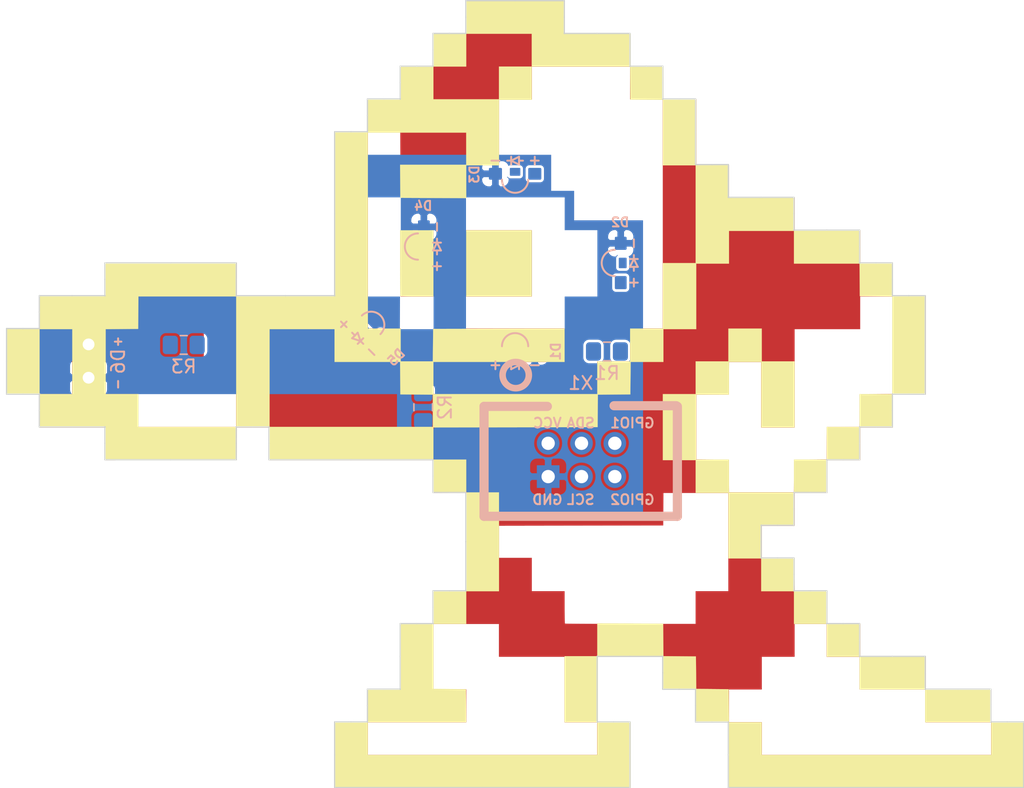
<source format=kicad_pcb>
(kicad_pcb (version 20171130) (host pcbnew 5.1.2-f72e74a~84~ubuntu16.04.1)

  (general
    (thickness 1.6)
    (drawings 180)
    (tracks 0)
    (zones 0)
    (modules 14)
    (nets 10)
  )

  (page A4)
  (layers
    (0 F.Cu signal hide)
    (31 B.Cu signal)
    (32 B.Adhes user hide)
    (33 F.Adhes user hide)
    (34 B.Paste user)
    (35 F.Paste user hide)
    (36 B.SilkS user)
    (37 F.SilkS user hide)
    (38 B.Mask user)
    (39 F.Mask user hide)
    (40 Dwgs.User user hide)
    (41 Cmts.User user hide)
    (42 Eco1.User user hide)
    (43 Eco2.User user hide)
    (44 Edge.Cuts user)
    (45 Margin user hide)
    (46 B.CrtYd user)
    (47 F.CrtYd user hide)
    (48 B.Fab user hide)
    (49 F.Fab user hide)
  )

  (setup
    (last_trace_width 0.25)
    (trace_clearance 0.2)
    (zone_clearance 0.0254)
    (zone_45_only no)
    (trace_min 0.2)
    (via_size 0.6)
    (via_drill 0.4)
    (via_min_size 0.4)
    (via_min_drill 0.3)
    (uvia_size 0.3)
    (uvia_drill 0.1)
    (uvias_allowed no)
    (uvia_min_size 0.2)
    (uvia_min_drill 0.1)
    (edge_width 0.15)
    (segment_width 0.2)
    (pcb_text_width 0.3)
    (pcb_text_size 1.5 1.5)
    (mod_edge_width 0.15)
    (mod_text_size 1 1)
    (mod_text_width 0.15)
    (pad_size 1.524 1.524)
    (pad_drill 0.762)
    (pad_to_mask_clearance 0.2)
    (aux_axis_origin 0 0)
    (visible_elements FFFFFF7F)
    (pcbplotparams
      (layerselection 0x010f0_80000001)
      (usegerberextensions false)
      (usegerberattributes false)
      (usegerberadvancedattributes false)
      (creategerberjobfile false)
      (excludeedgelayer true)
      (linewidth 0.100000)
      (plotframeref false)
      (viasonmask false)
      (mode 1)
      (useauxorigin false)
      (hpglpennumber 1)
      (hpglpenspeed 20)
      (hpglpendiameter 15.000000)
      (psnegative false)
      (psa4output false)
      (plotreference true)
      (plotvalue true)
      (plotinvisibletext false)
      (padsonsilk false)
      (subtractmaskfromsilk false)
      (outputformat 1)
      (mirror false)
      (drillshape 1)
      (scaleselection 1)
      (outputdirectory "gerbers/"))
  )

  (net 0 "")
  (net 1 GND)
  (net 2 "Net-(D1-Pad2)")
  (net 3 "Net-(D4-Pad2)")
  (net 4 "Net-(D6-Pad2)")
  (net 5 VCC)
  (net 6 "Net-(X1-Pad5)")
  (net 7 "Net-(X1-Pad6)")
  (net 8 "Net-(X1-Pad3)")
  (net 9 "Net-(X1-Pad4)")

  (net_class Default "This is the default net class."
    (clearance 0.2)
    (trace_width 0.25)
    (via_dia 0.6)
    (via_drill 0.4)
    (uvia_dia 0.3)
    (uvia_drill 0.1)
    (add_net GND)
    (add_net "Net-(D1-Pad2)")
    (add_net "Net-(D4-Pad2)")
    (add_net "Net-(D6-Pad2)")
    (add_net "Net-(X1-Pad3)")
    (add_net "Net-(X1-Pad4)")
    (add_net "Net-(X1-Pad5)")
    (add_net "Net-(X1-Pad6)")
    (add_net VCC)
  )

  (module LED_THT:LED_D5.0mm_Horizontal_O6.35mm_Z3.0mm (layer F.Cu) (tedit 5D030E8F) (tstamp 5D0387C0)
    (at 67.5 98.75 90)
    (descr "LED, diameter 5.0mm z-position of LED center 3.0mm, 2 pins, diameter 5.0mm z-position of LED center 3.0mm, 2 pins, diameter 5.0mm z-position of LED center 3.0mm, 2 pins")
    (tags "LED diameter 5.0mm z-position of LED center 3.0mm 2 pins diameter 5.0mm z-position of LED center 3.0mm 2 pins diameter 5.0mm z-position of LED center 3.0mm 2 pins")
    (path /5CE02191)
    (fp_text reference D6 (at 1.25 2.25 90) (layer B.SilkS)
      (effects (font (size 1 1) (thickness 0.15)) (justify mirror))
    )
    (fp_text value YLW_LED (at 1.27 16.01 90) (layer F.Fab)
      (effects (font (size 1 1) (thickness 0.15)))
    )
    (fp_line (start 0 0) (end 0 0) (layer F.Fab) (width 0.1))
    (fp_line (start 2.54 0) (end 2.54 0) (layer F.Fab) (width 0.1))
    (fp_line (start -1.95 -1.25) (end -1.95 15.3) (layer F.CrtYd) (width 0.05))
    (fp_line (start -1.95 15.3) (end 4.5 15.3) (layer F.CrtYd) (width 0.05))
    (fp_line (start 4.5 15.3) (end 4.5 -1.25) (layer F.CrtYd) (width 0.05))
    (fp_line (start 4.5 -1.25) (end -1.95 -1.25) (layer F.CrtYd) (width 0.05))
    (pad 1 thru_hole rect (at 0 0 90) (size 1.8 1.8) (drill 0.9) (layers *.Cu *.Mask)
      (net 1 GND))
    (pad 2 thru_hole circle (at 2.54 0 90) (size 1.8 1.8) (drill 0.9) (layers *.Cu *.Mask)
      (net 4 "Net-(D6-Pad2)"))
    (model ${KISYS3DMOD}/LED_THT.3dshapes/LED_D5.0mm_Horizontal_O6.35mm_Z3.0mm.wrl
      (offset (xyz 2.5 0 0))
      (scale (xyz 1 1 1))
      (rotate (xyz 0 0 180))
    )
  )

  (module MegaMan_SAO:B.Mask_g4150 (layer F.Cu) (tedit 5D03091E) (tstamp 5D03554C)
    (at 100 100)
    (fp_text reference G*** (at 0 0) (layer F.SilkS) hide
      (effects (font (size 1.524 1.524) (thickness 0.3)))
    )
    (fp_text value B.Mask (at 0.75 0) (layer F.SilkS) hide
      (effects (font (size 1.524 1.524) (thickness 0.3)))
    )
    (fp_poly (pts (xy 3.767666 -12.488334) (xy 6.265333 -12.488334) (xy 6.265333 -7.450667) (xy 3.767666 -7.450667)
      (xy 3.767666 -4.953) (xy -3.725334 -4.953) (xy -3.725334 -7.493) (xy 1.27 -7.493)
      (xy 1.27 -12.446) (xy -3.725334 -12.446) (xy -3.725334 -14.986) (xy 3.767666 -14.986)
      (xy 3.767666 -12.488334)) (layer B.Mask) (width 0.01))
    (fp_poly (pts (xy -8.720667 -7.493) (xy -6.223 -7.493) (xy -6.223 -4.953) (xy -7.464778 -4.953)
      (xy -7.780913 -4.953928) (xy -8.069288 -4.956549) (xy -8.319119 -4.960625) (xy -8.519623 -4.96)
      (xy -8.65 -4.96) (xy -8.73 -4.96) (xy -8.77 -4.96) (xy -8.77 -5.029226)
      (xy -8.77 -5.14) (xy -8.77 -5.33) (xy -8.77 -5.58) (xy -8.77 -5.86)
      (xy -8.77 -6.05) (xy -8.77 -6.23) (xy -8.763 -7.449388) (xy -11.23 -7.45)
      (xy -11.250313 -11.228917) (xy -11.261125 -14.986) (xy -8.720667 -14.986) (xy -8.720667 -7.493)) (layer B.Mask) (width 0.01))
  )

  (module MegaMan_SAO:F.Silk_g4158 (layer F.Cu) (tedit 0) (tstamp 5D035232)
    (at 100 100)
    (fp_text reference G*** (at 0 0) (layer F.SilkS) hide
      (effects (font (size 1.524 1.524) (thickness 0.3)))
    )
    (fp_text value F.Silk (at 0.75 0) (layer F.SilkS) hide
      (effects (font (size 1.524 1.524) (thickness 0.3)))
    )
    (fp_poly (pts (xy 1.27 -7.450667) (xy -3.725334 -7.450667) (xy -3.725334 -12.488334) (xy 1.27 -12.488334)
      (xy 1.27 -7.450667)) (layer F.SilkS) (width 0.01))
    (fp_poly (pts (xy -6.223 -7.450667) (xy -7.464778 -7.450667) (xy -7.780913 -7.451594) (xy -8.069288 -7.454216)
      (xy -8.319119 -7.458292) (xy -8.519623 -7.463583) (xy -8.660016 -7.469849) (xy -8.729514 -7.476852)
      (xy -8.734778 -7.478889) (xy -8.739889 -7.525204) (xy -8.744702 -7.648684) (xy -8.749133 -7.841828)
      (xy -8.753099 -8.097136) (xy -8.756514 -8.407106) (xy -8.759296 -8.764236) (xy -8.761359 -9.161027)
      (xy -8.76262 -9.589976) (xy -8.763 -9.997723) (xy -8.763 -12.488334) (xy -6.223 -12.488334)
      (xy -6.223 -7.450667)) (layer F.SilkS) (width 0.01))
    (fp_poly (pts (xy 3.767666 -27.474334) (xy 8.805333 -27.474334) (xy 8.805333 -24.976667) (xy 11.303 -24.976667)
      (xy 11.303 -22.479) (xy 13.800666 -22.479) (xy 13.800666 -17.483667) (xy 16.298333 -17.483667)
      (xy 16.298333 -14.986) (xy 21.293666 -14.986) (xy 21.293666 -12.488334) (xy 26.289 -12.488334)
      (xy 26.289 -9.990667) (xy 28.786666 -9.990667) (xy 28.786666 -7.493) (xy 31.284333 -7.493)
      (xy 31.284333 0.042333) (xy 28.786666 0.042333) (xy 28.786666 2.54) (xy 26.289 2.54)
      (xy 26.289 5.037666) (xy 23.791333 5.037666) (xy 23.791333 7.535333) (xy 21.293666 7.535333)
      (xy 21.293666 10.033) (xy 18.796 10.033) (xy 18.796 12.488333) (xy 21.293666 12.488333)
      (xy 21.293666 14.986) (xy 23.791333 14.986) (xy 23.791333 17.483666) (xy 26.289 17.483666)
      (xy 26.289 19.981333) (xy 31.284333 19.981333) (xy 31.284333 22.478323) (xy 33.771416 22.489244)
      (xy 36.2585 22.500166) (xy 36.280926 25.019) (xy 38.777333 25.019) (xy 38.777333 30.014333)
      (xy 16.256 30.014333) (xy 16.256 25.019) (xy 13.758333 25.019) (xy 13.758333 22.521333)
      (xy 11.260666 22.521333) (xy 11.260666 20.023666) (xy 6.307666 20.023666) (xy 6.307666 25.019)
      (xy 8.805333 25.019) (xy 8.805333 30.014333) (xy -13.758334 30.014333) (xy -13.758334 25.019)
      (xy -11.261927 25.019) (xy -11.218334 25.019) (xy -11.218334 27.516666) (xy 6.265333 27.516666)
      (xy 6.265333 25.019) (xy 3.767666 25.019) (xy 3.767666 19.981333) (xy 6.265333 19.981333)
      (xy 6.265333 17.482995) (xy 11.281833 17.504833) (xy 11.293055 18.742444) (xy 11.304276 19.980056)
      (xy 13.7795 20.0025) (xy 13.790721 21.240111) (xy 13.801943 22.477723) (xy 15.039555 22.488944)
      (xy 16.277166 22.500166) (xy 16.288379 23.759583) (xy 16.299593 25.019) (xy 18.796 25.019)
      (xy 18.796 27.516666) (xy 36.279666 27.516666) (xy 36.279666 25.019) (xy 31.242 25.019)
      (xy 31.242 22.521333) (xy 26.246666 22.521333) (xy 26.246666 20.023666) (xy 23.749 20.023666)
      (xy 23.749 17.526) (xy 21.251333 17.526) (xy 21.251333 15.028333) (xy 18.753666 15.028333)
      (xy 18.753666 12.530666) (xy 16.256 12.530666) (xy 16.256 7.535333) (xy 13.758333 7.535333)
      (xy 13.758333 5.037666) (xy 11.260666 5.037666) (xy 11.260666 0) (xy 13.758333 0)
      (xy 13.758333 -2.497667) (xy 16.256 -2.497667) (xy 16.256 -4.995334) (xy 18.796 -4.995334)
      (xy 18.796 -2.497667) (xy 21.293666 -2.497667) (xy 21.293666 2.54) (xy 18.753666 2.54)
      (xy 18.753666 -2.455334) (xy 16.298333 -2.455334) (xy 16.298333 0.042333) (xy 13.800666 0.042333)
      (xy 13.800666 4.995333) (xy 16.298333 4.995333) (xy 16.298333 7.493) (xy 21.251333 7.493)
      (xy 21.251333 4.995333) (xy 23.749 4.995333) (xy 23.749 2.497666) (xy 26.246666 2.497666)
      (xy 26.246666 0) (xy 28.744333 0) (xy 28.744333 -7.449388) (xy 26.267833 -7.471834)
      (xy 26.245387 -9.948334) (xy 21.251333 -9.948334) (xy 21.251333 -12.446) (xy 16.298333 -12.446)
      (xy 16.298333 -9.948334) (xy 13.800666 -9.948334) (xy 13.800666 -4.953) (xy 11.303 -4.953)
      (xy 11.303 -2.455334) (xy 8.806612 -2.455334) (xy 8.784166 0.021166) (xy 7.546555 0.032388)
      (xy 6.308943 0.04361) (xy 6.297721 1.281221) (xy 6.2865 2.518833) (xy -6.223 2.540279)
      (xy -6.223 4.995333) (xy -3.725334 4.995333) (xy -3.725334 7.493) (xy -1.227667 7.493)
      (xy -1.227667 15.028333) (xy -3.725334 15.028333) (xy -3.725334 17.526) (xy -6.223 17.526)
      (xy -6.223 22.477721) (xy -4.98475 22.488943) (xy -3.7465 22.500166) (xy -3.724074 25.019)
      (xy -11.218334 25.019) (xy -11.261927 25.019) (xy -11.250714 23.759583) (xy -11.2395 22.500166)
      (xy -10.001589 22.488944) (xy -8.763677 22.477722) (xy -8.752755 19.991277) (xy -8.741834 17.504833)
      (xy -7.504222 17.493611) (xy -6.266611 17.482389) (xy -6.255389 16.244778) (xy -6.244167 15.007166)
      (xy -4.98475 14.995953) (xy -3.725334 14.98474) (xy -3.725334 7.536593) (xy -4.98475 7.525379)
      (xy -6.244167 7.514166) (xy -6.266613 5.037666) (xy -18.753667 5.037666) (xy -18.753667 2.54)
      (xy -21.209 2.54) (xy -21.209 5.037666) (xy -31.242 5.037666) (xy -31.242 2.54)
      (xy -36.237334 2.54) (xy -36.237334 0.042333) (xy -38.735 0.042333) (xy -38.735 -4.953)
      (xy -36.237334 -4.953) (xy -36.237334 0) (xy -33.739667 0) (xy -33.739667 -4.951722)
      (xy -31.199667 -4.951722) (xy -31.199667 0) (xy -28.702 0) (xy -28.702 2.497666)
      (xy -21.251334 2.497666) (xy -21.251334 -4.953) (xy -18.711334 -4.953) (xy -18.711334 2.497666)
      (xy -6.265334 2.497666) (xy -6.265334 0.043612) (xy -8.741834 0.021166) (xy -8.753057 -1.217084)
      (xy -8.764279 -2.455334) (xy -13.758334 -2.455334) (xy -13.758334 -4.953) (xy -18.711334 -4.953)
      (xy -21.251334 -4.953) (xy -21.251334 -7.450667) (xy -28.700722 -7.450667) (xy -28.711944 -6.212417)
      (xy -28.723167 -4.974167) (xy -29.961417 -4.962944) (xy -31.199667 -4.951722) (xy -33.739667 -4.951722)
      (xy -33.739667 -4.953) (xy -36.237334 -4.953) (xy -38.735 -4.953) (xy -38.735 -4.995334)
      (xy -36.237334 -4.995334) (xy -36.237334 -7.493) (xy -31.242 -7.493) (xy -31.242 -9.990667)
      (xy -21.209 -9.990667) (xy -21.209 -7.493) (xy -13.758334 -7.493) (xy -13.758334 -19.939)
      (xy -11.218334 -19.939) (xy -11.218334 -4.995334) (xy -8.720667 -4.995334) (xy -8.720667 -2.497667)
      (xy -6.266613 -2.497667) (xy -6.244167 -4.974167) (xy -1.23825 -4.984924) (xy 3.767666 -4.995681)
      (xy 3.767666 -2.455334) (xy -6.223 -2.455334) (xy -6.223 0) (xy 6.265333 0)
      (xy 6.265333 -2.497667) (xy 8.763 -2.497667) (xy 8.763 -4.995334) (xy 11.260666 -4.995334)
      (xy 11.260666 -9.990667) (xy 13.758333 -9.990667) (xy 13.758333 -17.441334) (xy 11.260666 -17.441334)
      (xy 11.260666 -22.435388) (xy 8.784166 -22.457834) (xy 8.772953 -23.71725) (xy 8.76174 -24.976667)
      (xy 1.27 -24.976667) (xy 1.27 -22.436667) (xy -1.227667 -22.436667) (xy -1.227667 -17.441334)
      (xy -3.725334 -17.441334) (xy -3.725334 -14.942996) (xy -8.741834 -14.964834) (xy -8.753047 -16.22425)
      (xy -8.76426 -17.483667) (xy -3.725334 -17.483667) (xy -3.725334 -19.939) (xy -11.218334 -19.939)
      (xy -13.758334 -19.939) (xy -13.758334 -19.981334) (xy -11.260667 -19.981334) (xy -11.260667 -22.479)
      (xy -8.763 -22.479) (xy -8.763 -24.976667) (xy -6.265334 -24.976667) (xy -6.223 -24.976667)
      (xy -6.223 -22.479) (xy -1.227667 -22.479) (xy -1.227667 -24.976667) (xy 1.27 -24.976667)
      (xy 1.27 -27.474334) (xy -3.725334 -27.474334) (xy -3.725334 -24.976667) (xy -6.223 -24.976667)
      (xy -6.265334 -24.976667) (xy -6.265334 -27.474334) (xy -3.725334 -27.474334) (xy -3.725334 -29.972)
      (xy 3.767666 -29.972) (xy 3.767666 -27.474334)) (layer F.SilkS) (width 0.01))
  )

  (module MegaMan_SAO:F.Mask_g4156 locked (layer F.Cu) (tedit 0) (tstamp 5D034FB9)
    (at 100 100)
    (fp_text reference G*** (at 0 0) (layer F.SilkS) hide
      (effects (font (size 1.524 1.524) (thickness 0.3)))
    )
    (fp_text value F.Mask (at 0.75 0) (layer F.SilkS) hide
      (effects (font (size 1.524 1.524) (thickness 0.3)))
    )
    (fp_poly (pts (xy -8.720667 -7.493) (xy -6.223 -7.493) (xy -6.223 -12.488334) (xy -3.725334 -12.488334)
      (xy -3.725334 -7.493) (xy 1.27 -7.493) (xy 1.27 -12.488334) (xy -3.725334 -12.488334)
      (xy -3.725334 -14.986) (xy 6.265333 -14.986) (xy 6.265333 -12.488334) (xy 8.763 -12.488334)
      (xy 8.763 -4.953) (xy 6.265333 -4.953) (xy 6.265333 0.042333) (xy -6.223 0.042333)
      (xy -6.223 -2.455334) (xy -8.720667 -2.455334) (xy -8.720667 -4.953) (xy -6.223 -4.953)
      (xy -6.223 -2.497667) (xy 3.767666 -2.497667) (xy 3.767666 -4.953) (xy -6.223 -4.953)
      (xy -8.720667 -4.953) (xy -11.218334 -4.953) (xy -11.218334 -14.986) (xy -8.720667 -14.986)
      (xy -8.720667 -7.493)) (layer F.Mask) (width 0.01))
  )

  (module MegaMan_SAO:F.Cu_g4154 (layer F.Cu) (tedit 0) (tstamp 5D034F5B)
    (at 100 100)
    (fp_text reference G*** (at 0 0) (layer F.SilkS) hide
      (effects (font (size 1.524 1.524) (thickness 0.3)))
    )
    (fp_text value F.Cu (at 0.75 0) (layer F.SilkS) hide
      (effects (font (size 1.524 1.524) (thickness 0.3)))
    )
    (fp_poly (pts (xy 1.27 -7.450667) (xy -3.725334 -7.450667) (xy -3.725334 -12.488334) (xy 1.27 -12.488334)
      (xy 1.27 -7.450667)) (layer F.Cu) (width 0.01))
    (fp_poly (pts (xy -6.223 -7.450667) (xy -8.720667 -7.450667) (xy -8.720667 -12.488334) (xy -6.223 -12.488334)
      (xy -6.223 -7.450667)) (layer F.Cu) (width 0.01))
    (fp_poly (pts (xy 3.767666 -27.474334) (xy 8.763 -27.474334) (xy 8.763 -24.977927) (xy 10.022416 -24.966714)
      (xy 11.281833 -24.9555) (xy 11.293056 -23.71725) (xy 11.304278 -22.479) (xy 13.800666 -22.479)
      (xy 13.800666 -17.483667) (xy 16.298333 -17.483667) (xy 16.298333 -14.986) (xy 21.293666 -14.986)
      (xy 21.293666 -12.488334) (xy 26.289 -12.488334) (xy 26.289 -9.990667) (xy 28.786666 -9.990667)
      (xy 28.786666 -7.493) (xy 31.284333 -7.493) (xy 31.284333 0.042333) (xy 28.786666 0.042333)
      (xy 28.786666 2.54) (xy 26.289 2.54) (xy 26.289 5.037666) (xy 23.791333 5.037666)
      (xy 23.791333 7.535333) (xy 21.293666 7.535333) (xy 21.293666 10.033) (xy 18.796 10.033)
      (xy 18.796 12.487054) (xy 21.2725 12.5095) (xy 21.283713 13.768916) (xy 21.294926 15.028333)
      (xy 23.791333 15.028333) (xy 23.791333 17.526) (xy 26.289 17.526) (xy 26.289 20.023666)
      (xy 31.284333 20.023666) (xy 31.284333 22.521333) (xy 36.279666 22.521333) (xy 36.279666 25.019)
      (xy 38.777333 25.019) (xy 38.777333 30.014333) (xy 16.256 30.014333) (xy 16.256 25.019)
      (xy 13.758333 25.019) (xy 13.758333 22.521333) (xy 16.298333 22.521333) (xy 16.298333 25.019)
      (xy 18.796 25.019) (xy 18.796 27.516666) (xy 36.279666 27.516666) (xy 36.279666 25.019)
      (xy 31.284333 25.019) (xy 31.284333 22.521333) (xy 26.246666 22.521333) (xy 26.246666 20.023666)
      (xy 23.749 20.023666) (xy 23.749 17.526) (xy 21.293666 17.526) (xy 21.293666 20.023666)
      (xy 18.796 20.023666) (xy 18.796 22.521333) (xy 16.298333 22.521333) (xy 13.758333 22.521333)
      (xy 11.260666 22.521333) (xy 11.260666 20.023666) (xy 6.265333 20.023666) (xy 6.265333 25.019)
      (xy 8.763 25.019) (xy 8.763 30.014333) (xy -13.758334 30.014333) (xy -13.758334 25.019)
      (xy -11.260667 25.019) (xy -11.218334 25.019) (xy -11.218334 27.516666) (xy 6.265333 27.516666)
      (xy 6.265333 25.019) (xy 3.767666 25.019) (xy 3.767666 20.023666) (xy -1.227667 20.023666)
      (xy -1.227667 17.526) (xy -6.223 17.526) (xy -6.223 22.521333) (xy -3.725334 22.521333)
      (xy -3.725334 25.019) (xy -11.218334 25.019) (xy -11.260667 25.019) (xy -11.260667 22.522593)
      (xy -10.00125 22.511379) (xy -8.741834 22.500166) (xy -8.730912 20.013722) (xy -8.719991 17.527277)
      (xy -6.244167 17.504833) (xy -6.232945 16.267221) (xy -6.221724 15.02961) (xy -3.7465 15.007166)
      (xy -3.735687 11.27125) (xy -3.732104 10.033279) (xy -1.227667 10.033279) (xy -1.227667 12.488333)
      (xy 1.27 12.488333) (xy 1.27 15.028333) (xy 3.767666 15.028333) (xy 3.767666 16.248944)
      (xy 3.768609 16.562299) (xy 3.771274 16.847827) (xy 3.775414 17.094646) (xy 3.780784 17.291873)
      (xy 3.787139 17.428627) (xy 3.794231 17.494024) (xy 3.795888 17.497777) (xy 3.841045 17.501421)
      (xy 3.965597 17.504928) (xy 4.164271 17.508268) (xy 4.431796 17.511412) (xy 4.7629 17.51433)
      (xy 5.15231 17.516992) (xy 5.594755 17.519368) (xy 6.084963 17.521429) (xy 6.617661 17.523144)
      (xy 7.187578 17.524484) (xy 7.789443 17.525419) (xy 8.417982 17.52592) (xy 8.791222 17.526)
      (xy 13.758333 17.526) (xy 13.758333 15.028333) (xy 16.256 15.028333) (xy 16.256 7.535333)
      (xy 11.304278 7.535333) (xy 11.293056 8.773583) (xy 11.281833 10.011833) (xy -1.227667 10.033279)
      (xy -3.732104 10.033279) (xy -3.724874 7.535333) (xy -6.223 7.535333) (xy -6.223 5.037666)
      (xy -18.753667 5.037666) (xy -18.753667 2.54) (xy -21.207722 2.54) (xy -21.218944 3.77825)
      (xy -21.230167 5.0165) (xy -26.236084 5.027256) (xy -31.242001 5.038013) (xy -31.242001 3.789006)
      (xy -31.242 2.54) (xy -36.237334 2.54) (xy -36.237334 0.042333) (xy -38.735 0.042333)
      (xy -38.735 -2.455334) (xy -36.237334 -2.455334) (xy -36.237334 0) (xy -33.739667 0)
      (xy -33.739667 -2.454876) (xy -31.242 -2.454876) (xy -31.242 0) (xy -28.744334 0)
      (xy -28.744334 2.497666) (xy -21.251334 2.497666) (xy -21.251334 0.043612) (xy 13.800666 0.043612)
      (xy 13.800666 4.994054) (xy 16.277166 5.0165) (xy 16.299612 7.493) (xy 21.250054 7.493)
      (xy 21.2725 5.0165) (xy 22.510111 5.005278) (xy 23.747723 4.994056) (xy 23.758944 3.756444)
      (xy 23.770166 2.518833) (xy 25.007778 2.507611) (xy 26.245389 2.496389) (xy 26.256611 1.258778)
      (xy 26.267833 0.021166) (xy 27.52725 0.009953) (xy 28.786666 -0.00126) (xy 28.786666 -7.450667)
      (xy 26.289 -7.450667) (xy 26.289 -4.953) (xy 21.293666 -4.953) (xy 21.293666 2.54)
      (xy 18.753666 2.54) (xy 18.753666 -2.455334) (xy 16.299612 -2.455334) (xy 16.277166 0.021166)
      (xy 13.800666 0.043612) (xy -21.251334 0.043612) (xy -21.251334 -7.450667) (xy -28.744334 -7.450667)
      (xy -28.744334 -4.996005) (xy -23.727834 -4.974167) (xy -23.727834 -2.4765) (xy -31.242 -2.454876)
      (xy -33.739667 -2.454876) (xy -33.739667 -2.455334) (xy -36.237334 -2.455334) (xy -38.735 -2.455334)
      (xy -38.735 -4.995334) (xy -36.237334 -4.995334) (xy -36.237334 -7.493) (xy -31.242 -7.493)
      (xy -31.242 -9.990667) (xy -21.209 -9.990667) (xy -21.209 -7.493) (xy -13.758334 -7.493)
      (xy -13.758334 -19.981334) (xy -11.261946 -19.981334) (xy -11.261935 -19.982613) (xy -11.218334 -19.982613)
      (xy -11.218334 -4.995334) (xy -8.720667 -4.995334) (xy -8.720667 -2.497667) (xy -6.223 -2.497667)
      (xy -6.223 -4.995334) (xy 3.767666 -4.995334) (xy 3.767666 -2.455334) (xy -6.223 -2.455334)
      (xy -6.223 0) (xy 6.265333 0) (xy 6.265333 -2.497667) (xy 8.763 -2.497667)
      (xy 8.763 -4.995334) (xy 11.260666 -4.995334) (xy 11.260666 -22.479) (xy 8.763 -22.479)
      (xy 8.763 -24.976667) (xy 1.27 -24.976667) (xy 1.27 -22.479) (xy -1.227667 -22.479)
      (xy -1.227667 -17.483667) (xy -3.725334 -17.483667) (xy -3.725334 -14.986) (xy -8.71999 -14.986)
      (xy -8.730912 -17.473084) (xy -8.741834 -19.960167) (xy -11.218334 -19.982613) (xy -11.261935 -19.982613)
      (xy -11.2395 -22.457834) (xy -9.980084 -22.469047) (xy -8.720667 -22.48026) (xy -8.720667 -24.976667)
      (xy -6.223 -24.976667) (xy -6.223 -27.474334) (xy -3.725334 -27.474334) (xy -3.725334 -29.972)
      (xy 3.767666 -29.972) (xy 3.767666 -27.474334)) (layer F.Cu) (width 0.01))
  )

  (module MegaMan_SAO:1204_SIDE_VIEW_LED (layer B.Cu) (tedit 5CF49E62) (tstamp 5D02F9EB)
    (at 100 96.75 180)
    (path /5CDF5510)
    (fp_text reference D1 (at -3.1 0 270) (layer B.SilkS)
      (effects (font (size 0.7 0.7) (thickness 0.15)) (justify mirror))
    )
    (fp_text value WHT_LED (at 0 4.2) (layer B.Fab)
      (effects (font (size 1 1) (thickness 0.15)) (justify mirror))
    )
    (fp_arc (start 0 0.4) (end 1 0.4) (angle 180) (layer B.SilkS) (width 0.15))
    (fp_line (start 0.3 -0.75) (end 0.3 -1.35) (layer B.SilkS) (width 0.15))
    (fp_line (start 0.3 -1.35) (end -0.3 -1.05) (layer B.SilkS) (width 0.15))
    (fp_line (start -0.3 -1.05) (end 0.3 -0.75) (layer B.SilkS) (width 0.15))
    (fp_line (start 0.3 -1.05) (end 0.6 -1.05) (layer B.SilkS) (width 0.15))
    (fp_line (start -0.3 -0.75) (end -0.3 -1.35) (layer B.SilkS) (width 0.15))
    (fp_line (start -0.3 -1.05) (end -0.6 -1.05) (layer B.SilkS) (width 0.15))
    (fp_line (start -2.1 -0.6) (end 2.1 -0.6) (layer B.CrtYd) (width 0.05))
    (fp_line (start 2.1 -0.6) (end 2.1 1.6) (layer B.CrtYd) (width 0.05))
    (fp_line (start 2.1 1.6) (end -2.1 1.6) (layer B.CrtYd) (width 0.05))
    (fp_line (start -2.1 1.6) (end -2.1 -0.6) (layer B.CrtYd) (width 0.05))
    (fp_line (start -1.8 -1.05) (end -1.2 -1.05) (layer B.SilkS) (width 0.15))
    (fp_line (start 1.5 -0.75) (end 1.5 -1.35) (layer B.SilkS) (width 0.15))
    (fp_line (start 1.2 -1.05) (end 1.8 -1.05) (layer B.SilkS) (width 0.15))
    (pad 1 smd roundrect (at -1.5 -0.05 180) (size 1 0.9) (layers B.Cu B.Paste B.Mask) (roundrect_rratio 0.1)
      (net 1 GND))
    (pad 2 smd roundrect (at 1.5 -0.05 180) (size 1 0.9) (layers B.Cu B.Paste B.Mask) (roundrect_rratio 0.1)
      (net 2 "Net-(D1-Pad2)"))
    (pad "" smd roundrect (at 0 -0.2 180) (size 0.8 0.6) (layers B.Cu B.Paste B.Mask) (roundrect_rratio 0.1))
    (model ${KIPRJMOD}/MegaMan_SAO.pretty/STEP-WL-SMSW-1204-rev1.stp
      (at (xyz 0 0 0))
      (scale (xyz 1 1 1))
      (rotate (xyz 90 -180 0))
    )
  )

  (module MegaMan_SAO:1204_SIDE_VIEW_LED (layer B.Cu) (tedit 5CF49E62) (tstamp 5D02FA00)
    (at 108 90 270)
    (path /5CDF7644)
    (fp_text reference D2 (at -3.1 0 180) (layer B.SilkS)
      (effects (font (size 0.7 0.7) (thickness 0.15)) (justify mirror))
    )
    (fp_text value WHT_LED (at 0 4.2 90) (layer B.Fab)
      (effects (font (size 1 1) (thickness 0.15)) (justify mirror))
    )
    (fp_line (start 1.2 -1.05) (end 1.8 -1.05) (layer B.SilkS) (width 0.15))
    (fp_line (start 1.5 -0.75) (end 1.5 -1.35) (layer B.SilkS) (width 0.15))
    (fp_line (start -1.8 -1.05) (end -1.2 -1.05) (layer B.SilkS) (width 0.15))
    (fp_line (start -2.1 1.6) (end -2.1 -0.6) (layer B.CrtYd) (width 0.05))
    (fp_line (start 2.1 1.6) (end -2.1 1.6) (layer B.CrtYd) (width 0.05))
    (fp_line (start 2.1 -0.6) (end 2.1 1.6) (layer B.CrtYd) (width 0.05))
    (fp_line (start -2.1 -0.6) (end 2.1 -0.6) (layer B.CrtYd) (width 0.05))
    (fp_line (start -0.3 -1.05) (end -0.6 -1.05) (layer B.SilkS) (width 0.15))
    (fp_line (start -0.3 -0.75) (end -0.3 -1.35) (layer B.SilkS) (width 0.15))
    (fp_line (start 0.3 -1.05) (end 0.6 -1.05) (layer B.SilkS) (width 0.15))
    (fp_line (start -0.3 -1.05) (end 0.3 -0.75) (layer B.SilkS) (width 0.15))
    (fp_line (start 0.3 -1.35) (end -0.3 -1.05) (layer B.SilkS) (width 0.15))
    (fp_line (start 0.3 -0.75) (end 0.3 -1.35) (layer B.SilkS) (width 0.15))
    (fp_arc (start 0 0.4) (end 1 0.4) (angle 180) (layer B.SilkS) (width 0.15))
    (pad "" smd roundrect (at 0 -0.2 270) (size 0.8 0.6) (layers B.Cu B.Paste B.Mask) (roundrect_rratio 0.1))
    (pad 2 smd roundrect (at 1.5 -0.05 270) (size 1 0.9) (layers B.Cu B.Paste B.Mask) (roundrect_rratio 0.1)
      (net 2 "Net-(D1-Pad2)"))
    (pad 1 smd roundrect (at -1.5 -0.05 270) (size 1 0.9) (layers B.Cu B.Paste B.Mask) (roundrect_rratio 0.1)
      (net 1 GND))
    (model ${KIPRJMOD}/MegaMan_SAO.pretty/STEP-WL-SMSW-1204-rev1.stp
      (at (xyz 0 0 0))
      (scale (xyz 1 1 1))
      (rotate (xyz 90 -180 0))
    )
  )

  (module MegaMan_SAO:1204_SIDE_VIEW_LED (layer B.Cu) (tedit 5CF49E62) (tstamp 5D02FA15)
    (at 100 83.25)
    (path /5CDFCAD5)
    (fp_text reference D3 (at -3.1 0 -90) (layer B.SilkS)
      (effects (font (size 0.7 0.7) (thickness 0.15)) (justify mirror))
    )
    (fp_text value WHT_LED (at 0 4.2) (layer B.Fab)
      (effects (font (size 1 1) (thickness 0.15)) (justify mirror))
    )
    (fp_arc (start 0 0.4) (end 1 0.4) (angle 180) (layer B.SilkS) (width 0.15))
    (fp_line (start 0.3 -0.75) (end 0.3 -1.35) (layer B.SilkS) (width 0.15))
    (fp_line (start 0.3 -1.35) (end -0.3 -1.05) (layer B.SilkS) (width 0.15))
    (fp_line (start -0.3 -1.05) (end 0.3 -0.75) (layer B.SilkS) (width 0.15))
    (fp_line (start 0.3 -1.05) (end 0.6 -1.05) (layer B.SilkS) (width 0.15))
    (fp_line (start -0.3 -0.75) (end -0.3 -1.35) (layer B.SilkS) (width 0.15))
    (fp_line (start -0.3 -1.05) (end -0.6 -1.05) (layer B.SilkS) (width 0.15))
    (fp_line (start -2.1 -0.6) (end 2.1 -0.6) (layer B.CrtYd) (width 0.05))
    (fp_line (start 2.1 -0.6) (end 2.1 1.6) (layer B.CrtYd) (width 0.05))
    (fp_line (start 2.1 1.6) (end -2.1 1.6) (layer B.CrtYd) (width 0.05))
    (fp_line (start -2.1 1.6) (end -2.1 -0.6) (layer B.CrtYd) (width 0.05))
    (fp_line (start -1.8 -1.05) (end -1.2 -1.05) (layer B.SilkS) (width 0.15))
    (fp_line (start 1.5 -0.75) (end 1.5 -1.35) (layer B.SilkS) (width 0.15))
    (fp_line (start 1.2 -1.05) (end 1.8 -1.05) (layer B.SilkS) (width 0.15))
    (pad 1 smd roundrect (at -1.5 -0.05) (size 1 0.9) (layers B.Cu B.Paste B.Mask) (roundrect_rratio 0.1)
      (net 1 GND))
    (pad 2 smd roundrect (at 1.5 -0.05) (size 1 0.9) (layers B.Cu B.Paste B.Mask) (roundrect_rratio 0.1)
      (net 2 "Net-(D1-Pad2)"))
    (pad "" smd roundrect (at 0 -0.2) (size 0.8 0.6) (layers B.Cu B.Paste B.Mask) (roundrect_rratio 0.1))
    (model ${KIPRJMOD}/MegaMan_SAO.pretty/STEP-WL-SMSW-1204-rev1.stp
      (at (xyz 0 0 0))
      (scale (xyz 1 1 1))
      (rotate (xyz 90 -180 0))
    )
  )

  (module MegaMan_SAO:1204_SIDE_VIEW_LED (layer B.Cu) (tedit 5CF49E62) (tstamp 5D02FA2A)
    (at 93 88.75 270)
    (path /5CE816FD)
    (fp_text reference D4 (at -3.1 0 180) (layer B.SilkS)
      (effects (font (size 0.7 0.7) (thickness 0.15)) (justify mirror))
    )
    (fp_text value WHT_LED (at 0 4.2 90) (layer B.Fab)
      (effects (font (size 1 1) (thickness 0.15)) (justify mirror))
    )
    (fp_arc (start 0 0.4) (end 1 0.4) (angle 180) (layer B.SilkS) (width 0.15))
    (fp_line (start 0.3 -0.75) (end 0.3 -1.35) (layer B.SilkS) (width 0.15))
    (fp_line (start 0.3 -1.35) (end -0.3 -1.05) (layer B.SilkS) (width 0.15))
    (fp_line (start -0.3 -1.05) (end 0.3 -0.75) (layer B.SilkS) (width 0.15))
    (fp_line (start 0.3 -1.05) (end 0.6 -1.05) (layer B.SilkS) (width 0.15))
    (fp_line (start -0.3 -0.75) (end -0.3 -1.35) (layer B.SilkS) (width 0.15))
    (fp_line (start -0.3 -1.05) (end -0.6 -1.05) (layer B.SilkS) (width 0.15))
    (fp_line (start -2.1 -0.6) (end 2.1 -0.6) (layer B.CrtYd) (width 0.05))
    (fp_line (start 2.1 -0.6) (end 2.1 1.6) (layer B.CrtYd) (width 0.05))
    (fp_line (start 2.1 1.6) (end -2.1 1.6) (layer B.CrtYd) (width 0.05))
    (fp_line (start -2.1 1.6) (end -2.1 -0.6) (layer B.CrtYd) (width 0.05))
    (fp_line (start -1.8 -1.05) (end -1.2 -1.05) (layer B.SilkS) (width 0.15))
    (fp_line (start 1.5 -0.75) (end 1.5 -1.35) (layer B.SilkS) (width 0.15))
    (fp_line (start 1.2 -1.05) (end 1.8 -1.05) (layer B.SilkS) (width 0.15))
    (pad 1 smd roundrect (at -1.5 -0.05 270) (size 1 0.9) (layers B.Cu B.Paste B.Mask) (roundrect_rratio 0.1)
      (net 1 GND))
    (pad 2 smd roundrect (at 1.5 -0.05 270) (size 1 0.9) (layers B.Cu B.Paste B.Mask) (roundrect_rratio 0.1)
      (net 3 "Net-(D4-Pad2)"))
    (pad "" smd roundrect (at 0 -0.2 270) (size 0.8 0.6) (layers B.Cu B.Paste B.Mask) (roundrect_rratio 0.1))
    (model ${KIPRJMOD}/MegaMan_SAO.pretty/STEP-WL-SMSW-1204-rev1.stp
      (at (xyz 0 0 0))
      (scale (xyz 1 1 1))
      (rotate (xyz 90 -180 0))
    )
  )

  (module MegaMan_SAO:1204_SIDE_VIEW_LED (layer B.Cu) (tedit 5CF49E62) (tstamp 5D036E77)
    (at 88.75 95 135)
    (path /5CE816F7)
    (fp_text reference D5 (at -3.1 0 225) (layer B.SilkS)
      (effects (font (size 0.7 0.7) (thickness 0.15)) (justify mirror))
    )
    (fp_text value WHT_LED (at 0 4.2 135) (layer B.Fab)
      (effects (font (size 1 1) (thickness 0.15)) (justify mirror))
    )
    (fp_line (start 1.2 -1.05) (end 1.8 -1.05) (layer B.SilkS) (width 0.15))
    (fp_line (start 1.5 -0.75) (end 1.5 -1.35) (layer B.SilkS) (width 0.15))
    (fp_line (start -1.8 -1.05) (end -1.2 -1.05) (layer B.SilkS) (width 0.15))
    (fp_line (start -2.1 1.6) (end -2.1 -0.6) (layer B.CrtYd) (width 0.05))
    (fp_line (start 2.1 1.6) (end -2.1 1.6) (layer B.CrtYd) (width 0.05))
    (fp_line (start 2.1 -0.6) (end 2.1 1.6) (layer B.CrtYd) (width 0.05))
    (fp_line (start -2.1 -0.6) (end 2.1 -0.6) (layer B.CrtYd) (width 0.05))
    (fp_line (start -0.3 -1.05) (end -0.6 -1.05) (layer B.SilkS) (width 0.15))
    (fp_line (start -0.3 -0.75) (end -0.3 -1.35) (layer B.SilkS) (width 0.15))
    (fp_line (start 0.3 -1.05) (end 0.6 -1.05) (layer B.SilkS) (width 0.15))
    (fp_line (start -0.3 -1.05) (end 0.3 -0.75) (layer B.SilkS) (width 0.15))
    (fp_line (start 0.3 -1.35) (end -0.3 -1.05) (layer B.SilkS) (width 0.15))
    (fp_line (start 0.3 -0.75) (end 0.3 -1.35) (layer B.SilkS) (width 0.15))
    (fp_arc (start 0 0.4) (end 1 0.4) (angle 180) (layer B.SilkS) (width 0.15))
    (pad "" smd roundrect (at 0 -0.2 135) (size 0.8 0.6) (layers B.Cu B.Paste B.Mask) (roundrect_rratio 0.1))
    (pad 2 smd roundrect (at 1.5 -0.05 135) (size 1 0.9) (layers B.Cu B.Paste B.Mask) (roundrect_rratio 0.1)
      (net 3 "Net-(D4-Pad2)"))
    (pad 1 smd roundrect (at -1.5 -0.05 135) (size 1 0.9) (layers B.Cu B.Paste B.Mask) (roundrect_rratio 0.1)
      (net 1 GND))
    (model ${KIPRJMOD}/MegaMan_SAO.pretty/STEP-WL-SMSW-1204-rev1.stp
      (at (xyz 0 0 0))
      (scale (xyz 1 1 1))
      (rotate (xyz 90 -180 0))
    )
  )

  (module Resistor_SMD:R_0805_2012Metric_Pad1.15x1.40mm_HandSolder (layer B.Cu) (tedit 5B36C52B) (tstamp 5D02FA62)
    (at 107 96.75)
    (descr "Resistor SMD 0805 (2012 Metric), square (rectangular) end terminal, IPC_7351 nominal with elongated pad for handsoldering. (Body size source: https://docs.google.com/spreadsheets/d/1BsfQQcO9C6DZCsRaXUlFlo91Tg2WpOkGARC1WS5S8t0/edit?usp=sharing), generated with kicad-footprint-generator")
    (tags "resistor handsolder")
    (path /5CDF516E)
    (attr smd)
    (fp_text reference R1 (at 0 1.65) (layer B.SilkS)
      (effects (font (size 1 1) (thickness 0.15)) (justify mirror))
    )
    (fp_text value 50R (at 0 -1.65) (layer B.Fab)
      (effects (font (size 1 1) (thickness 0.15)) (justify mirror))
    )
    (fp_line (start -1 -0.6) (end -1 0.6) (layer B.Fab) (width 0.1))
    (fp_line (start -1 0.6) (end 1 0.6) (layer B.Fab) (width 0.1))
    (fp_line (start 1 0.6) (end 1 -0.6) (layer B.Fab) (width 0.1))
    (fp_line (start 1 -0.6) (end -1 -0.6) (layer B.Fab) (width 0.1))
    (fp_line (start -0.261252 0.71) (end 0.261252 0.71) (layer B.SilkS) (width 0.12))
    (fp_line (start -0.261252 -0.71) (end 0.261252 -0.71) (layer B.SilkS) (width 0.12))
    (fp_line (start -1.85 -0.95) (end -1.85 0.95) (layer B.CrtYd) (width 0.05))
    (fp_line (start -1.85 0.95) (end 1.85 0.95) (layer B.CrtYd) (width 0.05))
    (fp_line (start 1.85 0.95) (end 1.85 -0.95) (layer B.CrtYd) (width 0.05))
    (fp_line (start 1.85 -0.95) (end -1.85 -0.95) (layer B.CrtYd) (width 0.05))
    (fp_text user %R (at 0 0) (layer B.Fab)
      (effects (font (size 0.5 0.5) (thickness 0.08)) (justify mirror))
    )
    (pad 1 smd roundrect (at -1.025 0) (size 1.15 1.4) (layers B.Cu B.Paste B.Mask) (roundrect_rratio 0.217391)
      (net 5 VCC))
    (pad 2 smd roundrect (at 1.025 0) (size 1.15 1.4) (layers B.Cu B.Paste B.Mask) (roundrect_rratio 0.217391)
      (net 2 "Net-(D1-Pad2)"))
    (model ${KISYS3DMOD}/Resistor_SMD.3dshapes/R_0805_2012Metric.wrl
      (at (xyz 0 0 0))
      (scale (xyz 1 1 1))
      (rotate (xyz 0 0 0))
    )
  )

  (module Resistor_SMD:R_0805_2012Metric_Pad1.15x1.40mm_HandSolder (layer B.Cu) (tedit 5B36C52B) (tstamp 5D038677)
    (at 93 101 90)
    (descr "Resistor SMD 0805 (2012 Metric), square (rectangular) end terminal, IPC_7351 nominal with elongated pad for handsoldering. (Body size source: https://docs.google.com/spreadsheets/d/1BsfQQcO9C6DZCsRaXUlFlo91Tg2WpOkGARC1WS5S8t0/edit?usp=sharing), generated with kicad-footprint-generator")
    (tags "resistor handsolder")
    (path /5CE02173)
    (attr smd)
    (fp_text reference R2 (at 0 1.65 90) (layer B.SilkS)
      (effects (font (size 1 1) (thickness 0.15)) (justify mirror))
    )
    (fp_text value 50R (at 0 -1.65 90) (layer B.Fab)
      (effects (font (size 1 1) (thickness 0.15)) (justify mirror))
    )
    (fp_line (start -1 -0.6) (end -1 0.6) (layer B.Fab) (width 0.1))
    (fp_line (start -1 0.6) (end 1 0.6) (layer B.Fab) (width 0.1))
    (fp_line (start 1 0.6) (end 1 -0.6) (layer B.Fab) (width 0.1))
    (fp_line (start 1 -0.6) (end -1 -0.6) (layer B.Fab) (width 0.1))
    (fp_line (start -0.261252 0.71) (end 0.261252 0.71) (layer B.SilkS) (width 0.12))
    (fp_line (start -0.261252 -0.71) (end 0.261252 -0.71) (layer B.SilkS) (width 0.12))
    (fp_line (start -1.85 -0.95) (end -1.85 0.95) (layer B.CrtYd) (width 0.05))
    (fp_line (start -1.85 0.95) (end 1.85 0.95) (layer B.CrtYd) (width 0.05))
    (fp_line (start 1.85 0.95) (end 1.85 -0.95) (layer B.CrtYd) (width 0.05))
    (fp_line (start 1.85 -0.95) (end -1.85 -0.95) (layer B.CrtYd) (width 0.05))
    (fp_text user %R (at 0 0 90) (layer B.Fab)
      (effects (font (size 0.5 0.5) (thickness 0.08)) (justify mirror))
    )
    (pad 1 smd roundrect (at -1.025 0 90) (size 1.15 1.4) (layers B.Cu B.Paste B.Mask) (roundrect_rratio 0.217391)
      (net 5 VCC))
    (pad 2 smd roundrect (at 1.025 0 90) (size 1.15 1.4) (layers B.Cu B.Paste B.Mask) (roundrect_rratio 0.217391)
      (net 3 "Net-(D4-Pad2)"))
    (model ${KISYS3DMOD}/Resistor_SMD.3dshapes/R_0805_2012Metric.wrl
      (at (xyz 0 0 0))
      (scale (xyz 1 1 1))
      (rotate (xyz 0 0 0))
    )
  )

  (module Resistor_SMD:R_0805_2012Metric_Pad1.15x1.40mm_HandSolder (layer B.Cu) (tedit 5B36C52B) (tstamp 5D02FA84)
    (at 74.75 96.25)
    (descr "Resistor SMD 0805 (2012 Metric), square (rectangular) end terminal, IPC_7351 nominal with elongated pad for handsoldering. (Body size source: https://docs.google.com/spreadsheets/d/1BsfQQcO9C6DZCsRaXUlFlo91Tg2WpOkGARC1WS5S8t0/edit?usp=sharing), generated with kicad-footprint-generator")
    (tags "resistor handsolder")
    (path /5D03D6F5)
    (attr smd)
    (fp_text reference R3 (at 0 1.65) (layer B.SilkS)
      (effects (font (size 1 1) (thickness 0.15)) (justify mirror))
    )
    (fp_text value 50R (at 0 -1.65) (layer B.Fab)
      (effects (font (size 1 1) (thickness 0.15)) (justify mirror))
    )
    (fp_text user %R (at 0 0) (layer B.Fab)
      (effects (font (size 0.5 0.5) (thickness 0.08)) (justify mirror))
    )
    (fp_line (start 1.85 -0.95) (end -1.85 -0.95) (layer B.CrtYd) (width 0.05))
    (fp_line (start 1.85 0.95) (end 1.85 -0.95) (layer B.CrtYd) (width 0.05))
    (fp_line (start -1.85 0.95) (end 1.85 0.95) (layer B.CrtYd) (width 0.05))
    (fp_line (start -1.85 -0.95) (end -1.85 0.95) (layer B.CrtYd) (width 0.05))
    (fp_line (start -0.261252 -0.71) (end 0.261252 -0.71) (layer B.SilkS) (width 0.12))
    (fp_line (start -0.261252 0.71) (end 0.261252 0.71) (layer B.SilkS) (width 0.12))
    (fp_line (start 1 -0.6) (end -1 -0.6) (layer B.Fab) (width 0.1))
    (fp_line (start 1 0.6) (end 1 -0.6) (layer B.Fab) (width 0.1))
    (fp_line (start -1 0.6) (end 1 0.6) (layer B.Fab) (width 0.1))
    (fp_line (start -1 -0.6) (end -1 0.6) (layer B.Fab) (width 0.1))
    (pad 2 smd roundrect (at 1.025 0) (size 1.15 1.4) (layers B.Cu B.Paste B.Mask) (roundrect_rratio 0.217391)
      (net 4 "Net-(D6-Pad2)"))
    (pad 1 smd roundrect (at -1.025 0) (size 1.15 1.4) (layers B.Cu B.Paste B.Mask) (roundrect_rratio 0.217391)
      (net 5 VCC))
    (model ${KISYS3DMOD}/Resistor_SMD.3dshapes/R_0805_2012Metric.wrl
      (at (xyz 0 0 0))
      (scale (xyz 1 1 1))
      (rotate (xyz 0 0 0))
    )
  )

  (module MegaMan_SAO:Badgelife-SAOv169-SAO-2x3 (layer F.Cu) (tedit 5CE02EFF) (tstamp 5D036154)
    (at 105 105)
    (descr "Through hole straight IDC box header, 2x03, 2.54mm pitch, double rows")
    (tags "Through hole IDC box header THT 2x03 2.54mm double row")
    (path /5CE60527)
    (fp_text reference X1 (at 0 -5.842) (layer B.SilkS)
      (effects (font (size 1 1) (thickness 0.15)) (justify mirror))
    )
    (fp_text value Badgelife_sao_connector_v169bis (at 0 -7.7) (layer F.Fab)
      (effects (font (size 1 1) (thickness 0.15)))
    )
    (fp_text user %R (at 0.06 0.02 270) (layer F.Fab)
      (effects (font (size 1 1) (thickness 0.15)))
    )
    (fp_line (start -2.54 -4.064) (end -7.366 -4.064) (layer B.SilkS) (width 0.7))
    (fp_line (start 7.27964 -4.1148) (end 2.54 -4.1148) (layer B.SilkS) (width 0.7))
    (fp_line (start -7.366 -4.064) (end -7.366 4.318) (layer B.SilkS) (width 0.7))
    (fp_line (start -7.366 4.318) (end 7.366 4.318) (layer B.SilkS) (width 0.7))
    (fp_line (start 7.366 4.318) (end 7.366 -4.064) (layer B.SilkS) (width 0.7))
    (fp_text user VCC (at -2.54 -2.794 unlocked) (layer B.SilkS)
      (effects (font (size 0.75 0.75) (thickness 0.15)) (justify mirror))
    )
    (fp_text user SDA (at 0 -2.794 unlocked) (layer B.SilkS)
      (effects (font (size 0.75 0.75) (thickness 0.15)) (justify mirror))
    )
    (fp_text user GPIO1 (at 3.937 -2.794 unlocked) (layer B.SilkS)
      (effects (font (size 0.75 0.75) (thickness 0.15)) (justify mirror))
    )
    (fp_text user GND (at -2.54 3.048 unlocked) (layer B.SilkS)
      (effects (font (size 0.75 0.75) (thickness 0.15)) (justify mirror))
    )
    (fp_text user SCL (at 0 3.048) (layer B.SilkS)
      (effects (font (size 0.75 0.75) (thickness 0.15)) (justify mirror))
    )
    (fp_text user GPIO2 (at 3.937 3.048) (layer B.SilkS)
      (effects (font (size 0.75 0.75) (thickness 0.15)) (justify mirror))
    )
    (fp_circle (center -4.953 -6.45) (end -3.953 -6.45) (layer B.SilkS) (width 0.5))
    (pad 5 thru_hole circle (at 2.6 -1.25 270) (size 1.7272 1.7272) (drill 1.016) (layers *.Cu *.Mask)
      (net 6 "Net-(X1-Pad5)"))
    (pad 6 thru_hole circle (at 2.6 1.29 270) (size 1.7272 1.7272) (drill 1.016) (layers *.Cu *.Mask)
      (net 7 "Net-(X1-Pad6)"))
    (pad 3 thru_hole oval (at 0.06 -1.25 270) (size 1.7272 1.7272) (drill 1.016) (layers *.Cu *.Mask)
      (net 8 "Net-(X1-Pad3)"))
    (pad 4 thru_hole oval (at 0.06 1.29 270) (size 1.7272 1.7272) (drill 1.016) (layers *.Cu *.Mask)
      (net 9 "Net-(X1-Pad4)"))
    (pad 1 thru_hole oval (at -2.48 -1.25 270) (size 1.7272 1.7272) (drill 1.016) (layers *.Cu *.Mask)
      (net 5 VCC))
    (pad 2 thru_hole rect (at -2.48 1.29 270) (size 1.7272 1.7272) (drill 1.016) (layers *.Cu *.Mask)
      (net 1 GND))
    (model ${KISYS3DMOD}/Connector_IDC.3dshapes/IDC-Header_2x03_P2.54mm_Vertical.wrl
      (offset (xyz -2.5 1.2 -1.6))
      (scale (xyz 1 1 1))
      (rotate (xyz 180 0 90))
    )
  )

  (gr_line (start 69.75 99.5) (end 69.75 99) (layer B.SilkS) (width 0.15))
  (gr_line (start 70 96) (end 69.5 96) (layer B.SilkS) (width 0.15))
  (gr_line (start 69.75 96.25) (end 69.75 95.75) (layer B.SilkS) (width 0.15))
  (gr_line (start 86.25 127.5) (end 86.25 125) (layer Edge.Cuts) (width 0.1))
  (gr_line (start 86.25 125) (end 87.499988 125) (layer Edge.Cuts) (width 0.1))
  (gr_line (start 87.499988 125) (end 88.75 125) (layer Edge.Cuts) (width 0.1))
  (gr_line (start 88.75 125) (end 88.75 123.75) (layer Edge.Cuts) (width 0.1))
  (gr_line (start 88.75 123.75) (end 88.75 122.5) (layer Edge.Cuts) (width 0.1))
  (gr_line (start 88.75 122.5) (end 89.999988 122.5) (layer Edge.Cuts) (width 0.1))
  (gr_line (start 89.999988 122.5) (end 91.25 122.5) (layer Edge.Cuts) (width 0.1))
  (gr_line (start 91.25 122.5) (end 91.25 119.999999) (layer Edge.Cuts) (width 0.1))
  (gr_line (start 91.25 119.999999) (end 91.25 117.499999) (layer Edge.Cuts) (width 0.1))
  (gr_line (start 91.25 117.499999) (end 92.499988 117.499999) (layer Edge.Cuts) (width 0.1))
  (gr_line (start 92.499988 117.499999) (end 93.75 117.499999) (layer Edge.Cuts) (width 0.1))
  (gr_line (start 93.75 117.499999) (end 93.75 116.249999) (layer Edge.Cuts) (width 0.1))
  (gr_line (start 93.75 116.249999) (end 93.75 114.999999) (layer Edge.Cuts) (width 0.1))
  (gr_line (start 93.75 114.999999) (end 94.999988 114.999999) (layer Edge.Cuts) (width 0.1))
  (gr_line (start 94.999988 114.999999) (end 96.25 114.999999) (layer Edge.Cuts) (width 0.1))
  (gr_line (start 96.25 114.999999) (end 96.25 111.249999) (layer Edge.Cuts) (width 0.1))
  (gr_line (start 96.25 111.249999) (end 96.25 107.499999) (layer Edge.Cuts) (width 0.1))
  (gr_line (start 96.25 107.499999) (end 94.999988 107.499999) (layer Edge.Cuts) (width 0.1))
  (gr_line (start 94.999988 107.499999) (end 93.75 107.499999) (layer Edge.Cuts) (width 0.1))
  (gr_line (start 93.75 107.499999) (end 93.75 106.249999) (layer Edge.Cuts) (width 0.1))
  (gr_line (start 93.75 106.249999) (end 93.75 104.999999) (layer Edge.Cuts) (width 0.1))
  (gr_line (start 93.75 104.999999) (end 87.499988 104.999999) (layer Edge.Cuts) (width 0.1))
  (gr_line (start 87.499988 104.999999) (end 81.25 104.999999) (layer Edge.Cuts) (width 0.1))
  (gr_line (start 81.25 104.999999) (end 81.25 103.749999) (layer Edge.Cuts) (width 0.1))
  (gr_line (start 81.25 103.749999) (end 81.25 102.499999) (layer Edge.Cuts) (width 0.1))
  (gr_line (start 81.25 102.499999) (end 79.999988 102.499999) (layer Edge.Cuts) (width 0.1))
  (gr_line (start 79.999988 102.499999) (end 78.75 102.499999) (layer Edge.Cuts) (width 0.1))
  (gr_line (start 78.75 102.499999) (end 78.75 103.749999) (layer Edge.Cuts) (width 0.1))
  (gr_line (start 78.75 103.749999) (end 78.75 104.999999) (layer Edge.Cuts) (width 0.1))
  (gr_line (start 78.75 104.999999) (end 73.75 104.999999) (layer Edge.Cuts) (width 0.1))
  (gr_line (start 73.75 104.999999) (end 68.75 104.999999) (layer Edge.Cuts) (width 0.1))
  (gr_line (start 68.75 104.999999) (end 68.75 103.749999) (layer Edge.Cuts) (width 0.1))
  (gr_line (start 68.75 103.749999) (end 68.75 102.499999) (layer Edge.Cuts) (width 0.1))
  (gr_line (start 68.75 102.499999) (end 66.25 102.499999) (layer Edge.Cuts) (width 0.1))
  (gr_line (start 66.25 102.499999) (end 63.75 102.499999) (layer Edge.Cuts) (width 0.1))
  (gr_line (start 63.75 102.499999) (end 63.75 101.249999) (layer Edge.Cuts) (width 0.1))
  (gr_line (start 63.75 101.249999) (end 63.75 100.000001) (layer Edge.Cuts) (width 0.1))
  (gr_line (start 63.75 100.000001) (end 62.500011 100.000001) (layer Edge.Cuts) (width 0.1))
  (gr_line (start 62.500011 100.000001) (end 61.25 100.000001) (layer Edge.Cuts) (width 0.1))
  (gr_line (start 61.25 100.000001) (end 61.25 97.500001) (layer Edge.Cuts) (width 0.1))
  (gr_line (start 61.25 97.500001) (end 61.25 95.000001) (layer Edge.Cuts) (width 0.1))
  (gr_line (start 61.25 95.000001) (end 62.500011 95.000001) (layer Edge.Cuts) (width 0.1))
  (gr_line (start 62.500011 95.000001) (end 63.75 95.000001) (layer Edge.Cuts) (width 0.1))
  (gr_line (start 63.75 95.000001) (end 63.75 93.750001) (layer Edge.Cuts) (width 0.1))
  (gr_line (start 63.75 93.750001) (end 63.75 92.500001) (layer Edge.Cuts) (width 0.1))
  (gr_line (start 63.75 92.500001) (end 66.25 92.500001) (layer Edge.Cuts) (width 0.1))
  (gr_line (start 66.25 92.500001) (end 68.75 92.500001) (layer Edge.Cuts) (width 0.1))
  (gr_line (start 68.75 92.500001) (end 68.75 91.250001) (layer Edge.Cuts) (width 0.1))
  (gr_line (start 68.75 91.250001) (end 68.75 90) (layer Edge.Cuts) (width 0.1))
  (gr_line (start 68.75 90) (end 73.75 90) (layer Edge.Cuts) (width 0.1))
  (gr_line (start 73.75 90) (end 78.75 90) (layer Edge.Cuts) (width 0.1))
  (gr_line (start 78.75 90) (end 78.75 91.250001) (layer Edge.Cuts) (width 0.1))
  (gr_line (start 78.75 91.250001) (end 78.75 92.500001) (layer Edge.Cuts) (width 0.1))
  (gr_line (start 78.75 92.500001) (end 82.499988 92.500001) (layer Edge.Cuts) (width 0.1))
  (gr_line (start 82.499988 92.500001) (end 86.25 92.500001) (layer Edge.Cuts) (width 0.1))
  (gr_line (start 86.25 92.500001) (end 86.25 86.25) (layer Edge.Cuts) (width 0.1))
  (gr_line (start 86.25 86.25) (end 86.25 80) (layer Edge.Cuts) (width 0.1))
  (gr_line (start 86.25 80) (end 87.499988 80) (layer Edge.Cuts) (width 0.1))
  (gr_line (start 87.499988 80) (end 88.75 80) (layer Edge.Cuts) (width 0.1))
  (gr_line (start 88.75 80) (end 88.75 78.75) (layer Edge.Cuts) (width 0.1))
  (gr_line (start 88.75 78.75) (end 88.75 77.5) (layer Edge.Cuts) (width 0.1))
  (gr_line (start 88.75 77.5) (end 89.999988 77.5) (layer Edge.Cuts) (width 0.1))
  (gr_line (start 89.999988 77.5) (end 91.25 77.5) (layer Edge.Cuts) (width 0.1))
  (gr_line (start 91.25 77.5) (end 91.25 76.25) (layer Edge.Cuts) (width 0.1))
  (gr_line (start 91.25 76.25) (end 91.25 75) (layer Edge.Cuts) (width 0.1))
  (gr_line (start 91.25 75) (end 92.499988 75) (layer Edge.Cuts) (width 0.1))
  (gr_line (start 92.499988 75) (end 93.75 75) (layer Edge.Cuts) (width 0.1))
  (gr_line (start 93.75 75) (end 93.75 73.75) (layer Edge.Cuts) (width 0.1))
  (gr_line (start 93.75 73.75) (end 93.75 72.5) (layer Edge.Cuts) (width 0.1))
  (gr_line (start 93.75 72.5) (end 94.999988 72.5) (layer Edge.Cuts) (width 0.1))
  (gr_line (start 94.999988 72.5) (end 96.25 72.5) (layer Edge.Cuts) (width 0.1))
  (gr_line (start 96.25 72.5) (end 96.25 71.25) (layer Edge.Cuts) (width 0.1))
  (gr_line (start 96.25 71.25) (end 96.25 70) (layer Edge.Cuts) (width 0.1))
  (gr_line (start 96.25 70) (end 99.999988 70) (layer Edge.Cuts) (width 0.1))
  (gr_line (start 99.999988 70) (end 103.75 70) (layer Edge.Cuts) (width 0.1))
  (gr_line (start 103.75 70) (end 103.75 71.25) (layer Edge.Cuts) (width 0.1))
  (gr_line (start 103.75 71.25) (end 103.75 72.5) (layer Edge.Cuts) (width 0.1))
  (gr_line (start 103.75 72.5) (end 106.25 72.5) (layer Edge.Cuts) (width 0.1))
  (gr_line (start 106.25 72.5) (end 108.75 72.5) (layer Edge.Cuts) (width 0.1))
  (gr_line (start 108.75 72.5) (end 108.75 73.75) (layer Edge.Cuts) (width 0.1))
  (gr_line (start 108.75 73.75) (end 108.75 75) (layer Edge.Cuts) (width 0.1))
  (gr_line (start 108.75 75) (end 109.999988 75) (layer Edge.Cuts) (width 0.1))
  (gr_line (start 109.999988 75) (end 111.25 75) (layer Edge.Cuts) (width 0.1))
  (gr_line (start 111.25 75) (end 111.25 76.25) (layer Edge.Cuts) (width 0.1))
  (gr_line (start 111.25 76.25) (end 111.25 77.5) (layer Edge.Cuts) (width 0.1))
  (gr_line (start 111.25 77.5) (end 112.499988 77.5) (layer Edge.Cuts) (width 0.1))
  (gr_line (start 112.499988 77.5) (end 113.75 77.5) (layer Edge.Cuts) (width 0.1))
  (gr_line (start 113.75 77.5) (end 113.75 80) (layer Edge.Cuts) (width 0.1))
  (gr_line (start 113.75 80) (end 113.75 82.5) (layer Edge.Cuts) (width 0.1))
  (gr_line (start 113.75 82.5) (end 114.999988 82.5) (layer Edge.Cuts) (width 0.1))
  (gr_line (start 114.999988 82.5) (end 116.25 82.5) (layer Edge.Cuts) (width 0.1))
  (gr_line (start 116.25 82.5) (end 116.25 83.75) (layer Edge.Cuts) (width 0.1))
  (gr_line (start 116.25 83.75) (end 116.25 85) (layer Edge.Cuts) (width 0.1))
  (gr_line (start 116.25 85) (end 118.75 85) (layer Edge.Cuts) (width 0.1))
  (gr_line (start 118.75 85) (end 121.25 85) (layer Edge.Cuts) (width 0.1))
  (gr_line (start 121.25 85) (end 121.25 86.25) (layer Edge.Cuts) (width 0.1))
  (gr_line (start 121.25 86.25) (end 121.25 87.5) (layer Edge.Cuts) (width 0.1))
  (gr_line (start 121.25 87.5) (end 123.75 87.5) (layer Edge.Cuts) (width 0.1))
  (gr_line (start 123.75 87.5) (end 126.25 87.5) (layer Edge.Cuts) (width 0.1))
  (gr_line (start 126.25 87.5) (end 126.25 88.75) (layer Edge.Cuts) (width 0.1))
  (gr_line (start 126.25 88.75) (end 126.25 90) (layer Edge.Cuts) (width 0.1))
  (gr_line (start 126.25 90) (end 127.499988 90) (layer Edge.Cuts) (width 0.1))
  (gr_line (start 127.499988 90) (end 128.75 90) (layer Edge.Cuts) (width 0.1))
  (gr_line (start 128.75 90) (end 128.75 91.250001) (layer Edge.Cuts) (width 0.1))
  (gr_line (start 128.75 91.250001) (end 128.75 92.500001) (layer Edge.Cuts) (width 0.1))
  (gr_line (start 128.75 92.500001) (end 129.999989 92.500001) (layer Edge.Cuts) (width 0.1))
  (gr_line (start 129.999989 92.500001) (end 131.25 92.500001) (layer Edge.Cuts) (width 0.1))
  (gr_line (start 131.25 92.500001) (end 131.25 96.250001) (layer Edge.Cuts) (width 0.1))
  (gr_line (start 131.25 96.250001) (end 131.25 100.000001) (layer Edge.Cuts) (width 0.1))
  (gr_line (start 131.25 100.000001) (end 129.999989 100.000001) (layer Edge.Cuts) (width 0.1))
  (gr_line (start 129.999989 100.000001) (end 128.75 100.000001) (layer Edge.Cuts) (width 0.1))
  (gr_line (start 128.75 100.000001) (end 128.75 101.249999) (layer Edge.Cuts) (width 0.1))
  (gr_line (start 128.75 101.249999) (end 128.75 102.499999) (layer Edge.Cuts) (width 0.1))
  (gr_line (start 128.75 102.499999) (end 127.499988 102.499999) (layer Edge.Cuts) (width 0.1))
  (gr_line (start 127.499988 102.499999) (end 126.25 102.499999) (layer Edge.Cuts) (width 0.1))
  (gr_line (start 126.25 102.499999) (end 126.25 103.749999) (layer Edge.Cuts) (width 0.1))
  (gr_line (start 126.25 103.749999) (end 126.25 104.999999) (layer Edge.Cuts) (width 0.1))
  (gr_line (start 126.25 104.999999) (end 124.999988 104.999999) (layer Edge.Cuts) (width 0.1))
  (gr_line (start 124.999988 104.999999) (end 123.75 104.999999) (layer Edge.Cuts) (width 0.1))
  (gr_line (start 123.75 104.999999) (end 123.75 106.249999) (layer Edge.Cuts) (width 0.1))
  (gr_line (start 123.75 106.249999) (end 123.75 107.499999) (layer Edge.Cuts) (width 0.1))
  (gr_line (start 123.75 107.499999) (end 122.499988 107.499999) (layer Edge.Cuts) (width 0.1))
  (gr_line (start 122.499988 107.499999) (end 121.25 107.499999) (layer Edge.Cuts) (width 0.1))
  (gr_line (start 121.25 107.499999) (end 121.25 108.749999) (layer Edge.Cuts) (width 0.1))
  (gr_line (start 121.25 108.749999) (end 121.25 109.999999) (layer Edge.Cuts) (width 0.1))
  (gr_line (start 121.25 109.999999) (end 119.999988 109.999999) (layer Edge.Cuts) (width 0.1))
  (gr_line (start 119.999988 109.999999) (end 118.75 109.999999) (layer Edge.Cuts) (width 0.1))
  (gr_line (start 118.75 109.999999) (end 118.75 111.249999) (layer Edge.Cuts) (width 0.1))
  (gr_line (start 118.75 111.249999) (end 118.75 112.499999) (layer Edge.Cuts) (width 0.1))
  (gr_line (start 118.75 112.499999) (end 119.999988 112.499999) (layer Edge.Cuts) (width 0.1))
  (gr_line (start 119.999988 112.499999) (end 121.25 112.499999) (layer Edge.Cuts) (width 0.1))
  (gr_line (start 121.25 112.499999) (end 121.25 113.749999) (layer Edge.Cuts) (width 0.1))
  (gr_line (start 121.25 113.749999) (end 121.25 114.999999) (layer Edge.Cuts) (width 0.1))
  (gr_line (start 121.25 114.999999) (end 122.499988 114.999999) (layer Edge.Cuts) (width 0.1))
  (gr_line (start 122.499988 114.999999) (end 123.75 114.999999) (layer Edge.Cuts) (width 0.1))
  (gr_line (start 123.75 114.999999) (end 123.75 116.249999) (layer Edge.Cuts) (width 0.1))
  (gr_line (start 123.75 116.249999) (end 123.75 117.499999) (layer Edge.Cuts) (width 0.1))
  (gr_line (start 123.75 117.499999) (end 124.999988 117.499999) (layer Edge.Cuts) (width 0.1))
  (gr_line (start 124.999988 117.499999) (end 126.25 117.499999) (layer Edge.Cuts) (width 0.1))
  (gr_line (start 126.25 117.499999) (end 126.25 118.749999) (layer Edge.Cuts) (width 0.1))
  (gr_line (start 126.25 118.749999) (end 126.25 119.999999) (layer Edge.Cuts) (width 0.1))
  (gr_line (start 126.25 119.999999) (end 128.75 119.999999) (layer Edge.Cuts) (width 0.1))
  (gr_line (start 128.75 119.999999) (end 131.25 119.999999) (layer Edge.Cuts) (width 0.1))
  (gr_line (start 131.25 119.999999) (end 131.25 121.25) (layer Edge.Cuts) (width 0.1))
  (gr_line (start 131.25 121.25) (end 131.25 122.5) (layer Edge.Cuts) (width 0.1))
  (gr_line (start 131.25 122.5) (end 133.75 122.5) (layer Edge.Cuts) (width 0.1))
  (gr_line (start 133.75 122.5) (end 136.25 122.5) (layer Edge.Cuts) (width 0.1))
  (gr_line (start 136.25 122.5) (end 136.25 123.75) (layer Edge.Cuts) (width 0.1))
  (gr_line (start 136.25 123.75) (end 136.25 125) (layer Edge.Cuts) (width 0.1))
  (gr_line (start 136.25 125) (end 137.499989 125) (layer Edge.Cuts) (width 0.1))
  (gr_line (start 137.499989 125) (end 138.75 125) (layer Edge.Cuts) (width 0.1))
  (gr_line (start 138.75 125) (end 138.75 127.5) (layer Edge.Cuts) (width 0.1))
  (gr_line (start 138.75 127.5) (end 138.75 130) (layer Edge.Cuts) (width 0.1))
  (gr_line (start 138.75 130) (end 127.499988 130) (layer Edge.Cuts) (width 0.1))
  (gr_line (start 127.499988 130) (end 116.25 130) (layer Edge.Cuts) (width 0.1))
  (gr_line (start 116.25 130) (end 116.25 127.5) (layer Edge.Cuts) (width 0.1))
  (gr_line (start 116.25 127.5) (end 116.25 125) (layer Edge.Cuts) (width 0.1))
  (gr_line (start 116.25 125) (end 114.999988 125) (layer Edge.Cuts) (width 0.1))
  (gr_line (start 114.999988 125) (end 113.75 125) (layer Edge.Cuts) (width 0.1))
  (gr_line (start 113.75 125) (end 113.75 123.75) (layer Edge.Cuts) (width 0.1))
  (gr_line (start 113.75 123.75) (end 113.75 122.5) (layer Edge.Cuts) (width 0.1))
  (gr_line (start 113.75 122.5) (end 112.499988 122.5) (layer Edge.Cuts) (width 0.1))
  (gr_line (start 112.499988 122.5) (end 111.25 122.5) (layer Edge.Cuts) (width 0.1))
  (gr_line (start 111.25 122.5) (end 111.25 121.25) (layer Edge.Cuts) (width 0.1))
  (gr_line (start 111.25 121.25) (end 111.25 119.999999) (layer Edge.Cuts) (width 0.1))
  (gr_line (start 111.25 119.999999) (end 108.75 119.999999) (layer Edge.Cuts) (width 0.1))
  (gr_line (start 108.75 119.999999) (end 106.25 119.999999) (layer Edge.Cuts) (width 0.1))
  (gr_line (start 106.25 119.999999) (end 106.25 122.5) (layer Edge.Cuts) (width 0.1))
  (gr_line (start 106.25 122.5) (end 106.25 125) (layer Edge.Cuts) (width 0.1))
  (gr_line (start 106.25 125) (end 107.499988 125) (layer Edge.Cuts) (width 0.1))
  (gr_line (start 107.499988 125) (end 108.75 125) (layer Edge.Cuts) (width 0.1))
  (gr_line (start 108.75 125) (end 108.75 127.5) (layer Edge.Cuts) (width 0.1))
  (gr_line (start 108.75 127.5) (end 108.75 130) (layer Edge.Cuts) (width 0.1))
  (gr_line (start 108.75 130) (end 97.499988 130) (layer Edge.Cuts) (width 0.1))
  (gr_line (start 97.499988 130) (end 86.25 130) (layer Edge.Cuts) (width 0.1))
  (gr_line (start 86.25 130) (end 86.25 127.5) (layer Edge.Cuts) (width 0.1))
  (gr_line (start 86.25 127.5) (end 86.25 127.5) (layer Edge.Cuts) (width 0.1))

  (zone (net 0) (net_name "") (layer B.Cu) (tstamp 0) (hatch full 0.508)
    (connect_pads (clearance 0.508))
    (min_thickness 0.254)
    (keepout (tracks not_allowed) (vias not_allowed) (copperpour not_allowed))
    (fill (arc_segments 32) (thermal_gap 0.508) (thermal_bridge_width 0.508))
    (polygon
      (pts
        (xy 103.78 85) (xy 96.26 85) (xy 96.26 87.56) (xy 101.26 87.57) (xy 101.26 92.5)
        (xy 96.26 92.5) (xy 96.26 95.06) (xy 103.78 95.06) (xy 103.78 92.56) (xy 106.27 92.56)
        (xy 106.27 87.5) (xy 103.78 87.5)
      )
    )
  )
  (zone (net 0) (net_name "") (layer B.Cu) (tstamp 0) (hatch full 0.508)
    (connect_pads (clearance 0.508))
    (min_thickness 0.254)
    (keepout (tracks not_allowed) (vias not_allowed) (copperpour not_allowed))
    (fill (arc_segments 32) (thermal_gap 0.508) (thermal_bridge_width 0.508))
    (polygon
      (pts
        (xy 91.29 85) (xy 88.73 85) (xy 88.76 92.56) (xy 91.23 92.56) (xy 91.22 95.05)
        (xy 93.79 95.05) (xy 93.79 92.5) (xy 91.29 92.5)
      )
    )
  )
  (zone (net 1) (net_name GND) (layer B.Cu) (tstamp 0) (hatch edge 0.508)
    (connect_pads (clearance 0.0254))
    (min_thickness 0.0254)
    (fill yes (arc_segments 32) (thermal_gap 0.508) (thermal_bridge_width 0.508))
    (polygon
      (pts
        (xy 102.75 84.5) (xy 104.5 84.5) (xy 104.5 86.75) (xy 109.75 86.75) (xy 109.75 109.25)
        (xy 91 109.25) (xy 91 100) (xy 60.75 100) (xy 60.75 89.25) (xy 85.75 89.25)
        (xy 85.75 81.75) (xy 102.75 81.75)
      )
    )
    (filled_polygon
      (pts
        (xy 102.7373 84.5) (xy 102.737544 84.502478) (xy 102.738267 84.50486) (xy 102.73944 84.507056) (xy 102.74102 84.50898)
        (xy 102.742944 84.51056) (xy 102.74514 84.511733) (xy 102.747522 84.512456) (xy 102.75 84.5127) (xy 104.4873 84.5127)
        (xy 104.4873 86.75) (xy 104.487544 86.752478) (xy 104.488267 86.75486) (xy 104.48944 86.757056) (xy 104.49102 86.75898)
        (xy 104.492944 86.76056) (xy 104.49514 86.761733) (xy 104.497522 86.762456) (xy 104.5 86.7627) (xy 109.7373 86.7627)
        (xy 109.7373 109.2373) (xy 96.3381 109.2373) (xy 96.3381 107.504323) (xy 96.338526 107.499999) (xy 96.336825 107.482728)
        (xy 96.331787 107.466122) (xy 96.323607 107.450817) (xy 96.312597 107.437402) (xy 96.299182 107.426392) (xy 96.283877 107.418212)
        (xy 96.267271 107.413174) (xy 96.254325 107.411899) (xy 96.25 107.411473) (xy 96.245675 107.411899) (xy 93.8381 107.411899)
        (xy 93.8381 107.1536) (xy 101.133181 107.1536) (xy 101.143235 107.255675) (xy 101.173009 107.353827) (xy 101.221359 107.444285)
        (xy 101.286428 107.523572) (xy 101.365715 107.588641) (xy 101.456173 107.636991) (xy 101.554325 107.666765) (xy 101.6564 107.676819)
        (xy 102.148525 107.6743) (xy 102.2787 107.544125) (xy 102.2787 106.5313) (xy 102.7613 106.5313) (xy 102.7613 107.544125)
        (xy 102.891475 107.6743) (xy 103.3836 107.676819) (xy 103.485675 107.666765) (xy 103.583827 107.636991) (xy 103.674285 107.588641)
        (xy 103.753572 107.523572) (xy 103.818641 107.444285) (xy 103.866991 107.353827) (xy 103.896765 107.255675) (xy 103.906819 107.1536)
        (xy 103.9043 106.661475) (xy 103.774125 106.5313) (xy 102.7613 106.5313) (xy 102.2787 106.5313) (xy 101.265875 106.5313)
        (xy 101.1357 106.661475) (xy 101.133181 107.1536) (xy 93.8381 107.1536) (xy 93.8381 106.29) (xy 103.978493 106.29)
        (xy 103.999274 106.500992) (xy 104.060818 106.703875) (xy 104.16076 106.890853) (xy 104.295259 107.054741) (xy 104.459147 107.18924)
        (xy 104.646125 107.289182) (xy 104.849008 107.350726) (xy 105.007133 107.3663) (xy 105.112867 107.3663) (xy 105.270992 107.350726)
        (xy 105.473875 107.289182) (xy 105.660853 107.18924) (xy 105.824741 107.054741) (xy 105.95924 106.890853) (xy 106.059182 106.703875)
        (xy 106.120726 106.500992) (xy 106.141507 106.29) (xy 106.131067 106.183994) (xy 106.5237 106.183994) (xy 106.5237 106.396006)
        (xy 106.565061 106.603945) (xy 106.646195 106.799819) (xy 106.763983 106.976101) (xy 106.913899 107.126017) (xy 107.090181 107.243805)
        (xy 107.286055 107.324939) (xy 107.493994 107.3663) (xy 107.706006 107.3663) (xy 107.913945 107.324939) (xy 108.109819 107.243805)
        (xy 108.286101 107.126017) (xy 108.436017 106.976101) (xy 108.553805 106.799819) (xy 108.634939 106.603945) (xy 108.6763 106.396006)
        (xy 108.6763 106.183994) (xy 108.634939 105.976055) (xy 108.553805 105.780181) (xy 108.436017 105.603899) (xy 108.286101 105.453983)
        (xy 108.109819 105.336195) (xy 107.913945 105.255061) (xy 107.706006 105.2137) (xy 107.493994 105.2137) (xy 107.286055 105.255061)
        (xy 107.090181 105.336195) (xy 106.913899 105.453983) (xy 106.763983 105.603899) (xy 106.646195 105.780181) (xy 106.565061 105.976055)
        (xy 106.5237 106.183994) (xy 106.131067 106.183994) (xy 106.120726 106.079008) (xy 106.059182 105.876125) (xy 105.95924 105.689147)
        (xy 105.824741 105.525259) (xy 105.660853 105.39076) (xy 105.473875 105.290818) (xy 105.270992 105.229274) (xy 105.112867 105.2137)
        (xy 105.007133 105.2137) (xy 104.849008 105.229274) (xy 104.646125 105.290818) (xy 104.459147 105.39076) (xy 104.295259 105.525259)
        (xy 104.16076 105.689147) (xy 104.060818 105.876125) (xy 103.999274 106.079008) (xy 103.978493 106.29) (xy 93.8381 106.29)
        (xy 93.8381 105.4264) (xy 101.133181 105.4264) (xy 101.1357 105.918525) (xy 101.265875 106.0487) (xy 102.2787 106.0487)
        (xy 102.2787 105.035875) (xy 102.7613 105.035875) (xy 102.7613 106.0487) (xy 103.774125 106.0487) (xy 103.9043 105.918525)
        (xy 103.906819 105.4264) (xy 103.896765 105.324325) (xy 103.866991 105.226173) (xy 103.818641 105.135715) (xy 103.753572 105.056428)
        (xy 103.674285 104.991359) (xy 103.583827 104.943009) (xy 103.485675 104.913235) (xy 103.3836 104.903181) (xy 102.891475 104.9057)
        (xy 102.7613 105.035875) (xy 102.2787 105.035875) (xy 102.148525 104.9057) (xy 101.6564 104.903181) (xy 101.554325 104.913235)
        (xy 101.456173 104.943009) (xy 101.365715 104.991359) (xy 101.286428 105.056428) (xy 101.221359 105.135715) (xy 101.173009 105.226173)
        (xy 101.143235 105.324325) (xy 101.133181 105.4264) (xy 93.8381 105.4264) (xy 93.8381 105.004323) (xy 93.838526 104.999999)
        (xy 93.836825 104.982728) (xy 93.831787 104.966122) (xy 93.823607 104.950817) (xy 93.812597 104.937402) (xy 93.799182 104.926392)
        (xy 93.783877 104.918212) (xy 93.767271 104.913174) (xy 93.754325 104.911899) (xy 93.75 104.911473) (xy 93.745675 104.911899)
        (xy 91.0127 104.911899) (xy 91.0127 103.75) (xy 101.438493 103.75) (xy 101.459274 103.960992) (xy 101.520818 104.163875)
        (xy 101.62076 104.350853) (xy 101.755259 104.514741) (xy 101.919147 104.64924) (xy 102.106125 104.749182) (xy 102.309008 104.810726)
        (xy 102.467133 104.8263) (xy 102.572867 104.8263) (xy 102.730992 104.810726) (xy 102.933875 104.749182) (xy 103.120853 104.64924)
        (xy 103.284741 104.514741) (xy 103.41924 104.350853) (xy 103.519182 104.163875) (xy 103.580726 103.960992) (xy 103.601507 103.75)
        (xy 103.978493 103.75) (xy 103.999274 103.960992) (xy 104.060818 104.163875) (xy 104.16076 104.350853) (xy 104.295259 104.514741)
        (xy 104.459147 104.64924) (xy 104.646125 104.749182) (xy 104.849008 104.810726) (xy 105.007133 104.8263) (xy 105.112867 104.8263)
        (xy 105.270992 104.810726) (xy 105.473875 104.749182) (xy 105.660853 104.64924) (xy 105.824741 104.514741) (xy 105.95924 104.350853)
        (xy 106.059182 104.163875) (xy 106.120726 103.960992) (xy 106.141507 103.75) (xy 106.131067 103.643994) (xy 106.5237 103.643994)
        (xy 106.5237 103.856006) (xy 106.565061 104.063945) (xy 106.646195 104.259819) (xy 106.763983 104.436101) (xy 106.913899 104.586017)
        (xy 107.090181 104.703805) (xy 107.286055 104.784939) (xy 107.493994 104.8263) (xy 107.706006 104.8263) (xy 107.913945 104.784939)
        (xy 108.109819 104.703805) (xy 108.286101 104.586017) (xy 108.436017 104.436101) (xy 108.553805 104.259819) (xy 108.634939 104.063945)
        (xy 108.6763 103.856006) (xy 108.6763 103.643994) (xy 108.634939 103.436055) (xy 108.553805 103.240181) (xy 108.436017 103.063899)
        (xy 108.286101 102.913983) (xy 108.109819 102.796195) (xy 107.913945 102.715061) (xy 107.706006 102.6737) (xy 107.493994 102.6737)
        (xy 107.286055 102.715061) (xy 107.090181 102.796195) (xy 106.913899 102.913983) (xy 106.763983 103.063899) (xy 106.646195 103.240181)
        (xy 106.565061 103.436055) (xy 106.5237 103.643994) (xy 106.131067 103.643994) (xy 106.120726 103.539008) (xy 106.059182 103.336125)
        (xy 105.95924 103.149147) (xy 105.824741 102.985259) (xy 105.660853 102.85076) (xy 105.473875 102.750818) (xy 105.270992 102.689274)
        (xy 105.112867 102.6737) (xy 105.007133 102.6737) (xy 104.849008 102.689274) (xy 104.646125 102.750818) (xy 104.459147 102.85076)
        (xy 104.295259 102.985259) (xy 104.16076 103.149147) (xy 104.060818 103.336125) (xy 103.999274 103.539008) (xy 103.978493 103.75)
        (xy 103.601507 103.75) (xy 103.580726 103.539008) (xy 103.519182 103.336125) (xy 103.41924 103.149147) (xy 103.284741 102.985259)
        (xy 103.120853 102.85076) (xy 102.933875 102.750818) (xy 102.730992 102.689274) (xy 102.572867 102.6737) (xy 102.467133 102.6737)
        (xy 102.309008 102.689274) (xy 102.106125 102.750818) (xy 101.919147 102.85076) (xy 101.755259 102.985259) (xy 101.62076 103.149147)
        (xy 101.520818 103.336125) (xy 101.459274 103.539008) (xy 101.438493 103.75) (xy 91.0127 103.75) (xy 91.0127 101.699999)
        (xy 92.086271 101.699999) (xy 92.086271 102.350001) (xy 92.095181 102.44047) (xy 92.12157 102.527462) (xy 92.164423 102.607634)
        (xy 92.222094 102.677906) (xy 92.292366 102.735577) (xy 92.372538 102.77843) (xy 92.45953 102.804819) (xy 92.549999 102.813729)
        (xy 93.450001 102.813729) (xy 93.54047 102.804819) (xy 93.627462 102.77843) (xy 93.707634 102.735577) (xy 93.777906 102.677906)
        (xy 93.835577 102.607634) (xy 93.87843 102.527462) (xy 93.904819 102.44047) (xy 93.913729 102.350001) (xy 93.913729 101.699999)
        (xy 93.904819 101.60953) (xy 93.87843 101.522538) (xy 93.835577 101.442366) (xy 93.777906 101.372094) (xy 93.707634 101.314423)
        (xy 93.627462 101.27157) (xy 93.54047 101.245181) (xy 93.450001 101.236271) (xy 92.549999 101.236271) (xy 92.45953 101.245181)
        (xy 92.372538 101.27157) (xy 92.292366 101.314423) (xy 92.222094 101.372094) (xy 92.164423 101.442366) (xy 92.12157 101.522538)
        (xy 92.095181 101.60953) (xy 92.086271 101.699999) (xy 91.0127 101.699999) (xy 91.0127 100) (xy 91.012456 99.997522)
        (xy 91.011733 99.99514) (xy 91.01056 99.992944) (xy 91.00898 99.99102) (xy 91.007056 99.98944) (xy 91.00486 99.988267)
        (xy 91.002478 99.987544) (xy 91 99.9873) (xy 68.796785 99.9873) (xy 68.835041 99.940685) (xy 68.883391 99.850227)
        (xy 68.913165 99.752075) (xy 68.923219 99.65) (xy 68.923219 99.649999) (xy 92.086271 99.649999) (xy 92.086271 100.300001)
        (xy 92.095181 100.39047) (xy 92.12157 100.477462) (xy 92.164423 100.557634) (xy 92.222094 100.627906) (xy 92.292366 100.685577)
        (xy 92.372538 100.72843) (xy 92.45953 100.754819) (xy 92.549999 100.763729) (xy 93.450001 100.763729) (xy 93.54047 100.754819)
        (xy 93.627462 100.72843) (xy 93.707634 100.685577) (xy 93.777906 100.627906) (xy 93.835577 100.557634) (xy 93.87843 100.477462)
        (xy 93.904819 100.39047) (xy 93.913729 100.300001) (xy 93.913729 99.649999) (xy 93.904819 99.55953) (xy 93.87843 99.472538)
        (xy 93.835577 99.392366) (xy 93.777906 99.322094) (xy 93.707634 99.264423) (xy 93.627462 99.22157) (xy 93.54047 99.195181)
        (xy 93.450001 99.186271) (xy 92.549999 99.186271) (xy 92.45953 99.195181) (xy 92.372538 99.22157) (xy 92.292366 99.264423)
        (xy 92.222094 99.322094) (xy 92.164423 99.392366) (xy 92.12157 99.472538) (xy 92.095181 99.55953) (xy 92.086271 99.649999)
        (xy 68.923219 99.649999) (xy 68.9207 99.121475) (xy 68.790525 98.9913) (xy 67.7413 98.9913) (xy 67.7413 99.0113)
        (xy 67.2587 99.0113) (xy 67.2587 98.9913) (xy 66.209475 98.9913) (xy 66.0793 99.121475) (xy 66.076781 99.65)
        (xy 66.086835 99.752075) (xy 66.116609 99.850227) (xy 66.164959 99.940685) (xy 66.203215 99.9873) (xy 63.837275 99.9873)
        (xy 63.836825 99.98273) (xy 63.831787 99.966124) (xy 63.823607 99.950819) (xy 63.812597 99.937404) (xy 63.799182 99.926394)
        (xy 63.783877 99.918214) (xy 63.767271 99.913176) (xy 63.754325 99.911901) (xy 63.75 99.911475) (xy 63.745675 99.911901)
        (xy 61.3381 99.911901) (xy 61.3381 97.85) (xy 66.076781 97.85) (xy 66.0793 98.378525) (xy 66.209475 98.5087)
        (xy 67.2587 98.5087) (xy 67.2587 97.459475) (xy 67.7413 97.459475) (xy 67.7413 98.5087) (xy 68.790525 98.5087)
        (xy 68.9207 98.378525) (xy 68.923219 97.85) (xy 68.913165 97.747925) (xy 68.883391 97.649773) (xy 68.835041 97.559315)
        (xy 68.769972 97.480028) (xy 68.690685 97.414959) (xy 68.600227 97.366609) (xy 68.502075 97.336835) (xy 68.4 97.326781)
        (xy 67.871475 97.3293) (xy 67.7413 97.459475) (xy 67.2587 97.459475) (xy 67.128525 97.3293) (xy 66.6 97.326781)
        (xy 66.497925 97.336835) (xy 66.399773 97.366609) (xy 66.309315 97.414959) (xy 66.230028 97.480028) (xy 66.164959 97.559315)
        (xy 66.116609 97.649773) (xy 66.086835 97.747925) (xy 66.076781 97.85) (xy 61.3381 97.85) (xy 61.3381 96.100409)
        (xy 66.3873 96.100409) (xy 66.3873 96.319591) (xy 66.43006 96.534563) (xy 66.513938 96.737061) (xy 66.635709 96.919305)
        (xy 66.790695 97.074291) (xy 66.972939 97.196062) (xy 67.175437 97.27994) (xy 67.390409 97.3227) (xy 67.609591 97.3227)
        (xy 67.824563 97.27994) (xy 68.027061 97.196062) (xy 68.209305 97.074291) (xy 68.364291 96.919305) (xy 68.486062 96.737061)
        (xy 68.56994 96.534563) (xy 68.6127 96.319591) (xy 68.6127 96.100409) (xy 68.56994 95.885437) (xy 68.534551 95.799999)
        (xy 72.936271 95.799999) (xy 72.936271 96.700001) (xy 72.945181 96.79047) (xy 72.97157 96.877462) (xy 73.014423 96.957634)
        (xy 73.072094 97.027906) (xy 73.142366 97.085577) (xy 73.222538 97.12843) (xy 73.30953 97.154819) (xy 73.399999 97.163729)
        (xy 74.050001 97.163729) (xy 74.14047 97.154819) (xy 74.227462 97.12843) (xy 74.307634 97.085577) (xy 74.377906 97.027906)
        (xy 74.435577 96.957634) (xy 74.47843 96.877462) (xy 74.504819 96.79047) (xy 74.513729 96.700001) (xy 74.513729 95.799999)
        (xy 74.986271 95.799999) (xy 74.986271 96.700001) (xy 74.995181 96.79047) (xy 75.02157 96.877462) (xy 75.064423 96.957634)
        (xy 75.122094 97.027906) (xy 75.192366 97.085577) (xy 75.272538 97.12843) (xy 75.35953 97.154819) (xy 75.449999 97.163729)
        (xy 76.100001 97.163729) (xy 76.19047 97.154819) (xy 76.277462 97.12843) (xy 76.357634 97.085577) (xy 76.427906 97.027906)
        (xy 76.485577 96.957634) (xy 76.52843 96.877462) (xy 76.533429 96.860982) (xy 89.351589 96.860982) (xy 89.351589 97.045077)
        (xy 89.440689 97.137739) (xy 89.519976 97.202808) (xy 89.610433 97.251158) (xy 89.708585 97.280933) (xy 89.81066 97.290987)
        (xy 89.912735 97.280933) (xy 90.010888 97.251158) (xy 90.101345 97.202808) (xy 90.180632 97.137739) (xy 90.234376 97.080432)
        (xy 90.234376 96.896337) (xy 89.775305 96.437266) (xy 89.351589 96.860982) (xy 76.533429 96.860982) (xy 76.554819 96.79047)
        (xy 76.563729 96.700001) (xy 76.563729 95.799999) (xy 76.554819 95.70953) (xy 76.52843 95.622538) (xy 76.485577 95.542366)
        (xy 76.427906 95.472094) (xy 76.357634 95.414423) (xy 76.277462 95.37157) (xy 76.19047 95.345181) (xy 76.100001 95.336271)
        (xy 75.449999 95.336271) (xy 75.35953 95.345181) (xy 75.272538 95.37157) (xy 75.192366 95.414423) (xy 75.122094 95.472094)
        (xy 75.064423 95.542366) (xy 75.02157 95.622538) (xy 74.995181 95.70953) (xy 74.986271 95.799999) (xy 74.513729 95.799999)
        (xy 74.504819 95.70953) (xy 74.47843 95.622538) (xy 74.435577 95.542366) (xy 74.377906 95.472094) (xy 74.307634 95.414423)
        (xy 74.227462 95.37157) (xy 74.14047 95.345181) (xy 74.050001 95.336271) (xy 73.399999 95.336271) (xy 73.30953 95.345181)
        (xy 73.222538 95.37157) (xy 73.142366 95.414423) (xy 73.072094 95.472094) (xy 73.014423 95.542366) (xy 72.97157 95.622538)
        (xy 72.945181 95.70953) (xy 72.936271 95.799999) (xy 68.534551 95.799999) (xy 68.486062 95.682939) (xy 68.364291 95.500695)
        (xy 68.209305 95.345709) (xy 68.027061 95.223938) (xy 67.824563 95.14006) (xy 67.609591 95.0973) (xy 67.390409 95.0973)
        (xy 67.175437 95.14006) (xy 66.972939 95.223938) (xy 66.790695 95.345709) (xy 66.635709 95.500695) (xy 66.513938 95.682939)
        (xy 66.43006 95.885437) (xy 66.3873 96.100409) (xy 61.3381 96.100409) (xy 61.3381 95.088101) (xy 63.745675 95.088101)
        (xy 63.75 95.088527) (xy 63.754325 95.088101) (xy 63.767271 95.086826) (xy 63.783877 95.081788) (xy 63.799182 95.073608)
        (xy 63.802713 95.07071) (xy 87.924728 95.07071) (xy 87.929988 95.124112) (xy 87.945564 95.175462) (xy 87.97086 95.222786)
        (xy 88.004901 95.264266) (xy 88.485734 95.745099) (xy 88.527214 95.77914) (xy 88.574538 95.804436) (xy 88.625888 95.820012)
        (xy 88.640974 95.821498) (xy 88.620163 95.860433) (xy 88.590388 95.958586) (xy 88.580334 96.060661) (xy 88.590388 96.162736)
        (xy 88.620163 96.260888) (xy 88.668513 96.351345) (xy 88.733582 96.430632) (xy 88.826244 96.519732) (xy 89.010339 96.519732)
        (xy 89.434055 96.096016) (xy 90.116555 96.096016) (xy 90.575626 96.555087) (xy 90.759721 96.555087) (xy 90.817028 96.501343)
        (xy 90.86737 96.44) (xy 97.786271 96.44) (xy 97.786271 97.16) (xy 97.792107 97.219255) (xy 97.809391 97.276232)
        (xy 97.837459 97.328743) (xy 97.875231 97.374769) (xy 97.921257 97.412541) (xy 97.973768 97.440609) (xy 98.030745 97.457893)
        (xy 98.09 97.463729) (xy 98.91 97.463729) (xy 98.969255 97.457893) (xy 99.026232 97.440609) (xy 99.078743 97.412541)
        (xy 99.124769 97.374769) (xy 99.162541 97.328743) (xy 99.190609 97.276232) (xy 99.207893 97.219255) (xy 99.213729 97.16)
        (xy 99.213729 96.71) (xy 99.386271 96.71) (xy 99.386271 97.19) (xy 99.391531 97.243402) (xy 99.407107 97.294752)
        (xy 99.432403 97.342076) (xy 99.466444 97.383556) (xy 99.507924 97.417597) (xy 99.555248 97.442893) (xy 99.606598 97.458469)
        (xy 99.66 97.463729) (xy 100.34 97.463729) (xy 100.393402 97.458469) (xy 100.444752 97.442893) (xy 100.492076 97.417597)
        (xy 100.503794 97.407981) (xy 100.516609 97.450227) (xy 100.564959 97.540685) (xy 100.630028 97.619972) (xy 100.709315 97.685041)
        (xy 100.799773 97.733391) (xy 100.897925 97.763165) (xy 101 97.773219) (xy 101.128525 97.7707) (xy 101.2587 97.640525)
        (xy 101.2587 97.0413) (xy 101.7413 97.0413) (xy 101.7413 97.640525) (xy 101.871475 97.7707) (xy 102 97.773219)
        (xy 102.102075 97.763165) (xy 102.200227 97.733391) (xy 102.290685 97.685041) (xy 102.369972 97.619972) (xy 102.435041 97.540685)
        (xy 102.483391 97.450227) (xy 102.513165 97.352075) (xy 102.523219 97.25) (xy 102.5207 97.171475) (xy 102.390525 97.0413)
        (xy 101.7413 97.0413) (xy 101.2587 97.0413) (xy 101.2387 97.0413) (xy 101.2387 96.5587) (xy 101.2587 96.5587)
        (xy 101.2587 95.959475) (xy 101.7413 95.959475) (xy 101.7413 96.5587) (xy 102.390525 96.5587) (xy 102.5207 96.428525)
        (xy 102.523219 96.35) (xy 102.518295 96.299999) (xy 105.186271 96.299999) (xy 105.186271 97.200001) (xy 105.195181 97.29047)
        (xy 105.22157 97.377462) (xy 105.264423 97.457634) (xy 105.322094 97.527906) (xy 105.392366 97.585577) (xy 105.472538 97.62843)
        (xy 105.55953 97.654819) (xy 105.649999 97.663729) (xy 106.300001 97.663729) (xy 106.39047 97.654819) (xy 106.477462 97.62843)
        (xy 106.557634 97.585577) (xy 106.627906 97.527906) (xy 106.685577 97.457634) (xy 106.72843 97.377462) (xy 106.754819 97.29047)
        (xy 106.763729 97.200001) (xy 106.763729 96.299999) (xy 107.236271 96.299999) (xy 107.236271 97.200001) (xy 107.245181 97.29047)
        (xy 107.27157 97.377462) (xy 107.314423 97.457634) (xy 107.372094 97.527906) (xy 107.442366 97.585577) (xy 107.522538 97.62843)
        (xy 107.60953 97.654819) (xy 107.699999 97.663729) (xy 108.350001 97.663729) (xy 108.44047 97.654819) (xy 108.527462 97.62843)
        (xy 108.607634 97.585577) (xy 108.677906 97.527906) (xy 108.735577 97.457634) (xy 108.77843 97.377462) (xy 108.804819 97.29047)
        (xy 108.813729 97.200001) (xy 108.813729 96.299999) (xy 108.804819 96.20953) (xy 108.77843 96.122538) (xy 108.735577 96.042366)
        (xy 108.677906 95.972094) (xy 108.607634 95.914423) (xy 108.527462 95.87157) (xy 108.44047 95.845181) (xy 108.350001 95.836271)
        (xy 107.699999 95.836271) (xy 107.60953 95.845181) (xy 107.522538 95.87157) (xy 107.442366 95.914423) (xy 107.372094 95.972094)
        (xy 107.314423 96.042366) (xy 107.27157 96.122538) (xy 107.245181 96.20953) (xy 107.236271 96.299999) (xy 106.763729 96.299999)
        (xy 106.754819 96.20953) (xy 106.72843 96.122538) (xy 106.685577 96.042366) (xy 106.627906 95.972094) (xy 106.557634 95.914423)
        (xy 106.477462 95.87157) (xy 106.39047 95.845181) (xy 106.300001 95.836271) (xy 105.649999 95.836271) (xy 105.55953 95.845181)
        (xy 105.472538 95.87157) (xy 105.392366 95.914423) (xy 105.322094 95.972094) (xy 105.264423 96.042366) (xy 105.22157 96.122538)
        (xy 105.195181 96.20953) (xy 105.186271 96.299999) (xy 102.518295 96.299999) (xy 102.513165 96.247925) (xy 102.483391 96.149773)
        (xy 102.435041 96.059315) (xy 102.369972 95.980028) (xy 102.290685 95.914959) (xy 102.200227 95.866609) (xy 102.102075 95.836835)
        (xy 102 95.826781) (xy 101.871475 95.8293) (xy 101.7413 95.959475) (xy 101.2587 95.959475) (xy 101.128525 95.8293)
        (xy 101 95.826781) (xy 100.897925 95.836835) (xy 100.799773 95.866609) (xy 100.709315 95.914959) (xy 100.630028 95.980028)
        (xy 100.564959 96.059315) (xy 100.516609 96.149773) (xy 100.486835 96.247925) (xy 100.476781 96.35) (xy 100.4793 96.428525)
        (xy 100.609473 96.558698) (xy 100.568011 96.558698) (xy 100.567597 96.557924) (xy 100.533556 96.516444) (xy 100.492076 96.482403)
        (xy 100.444752 96.457107) (xy 100.393402 96.441531) (xy 100.34 96.436271) (xy 99.66 96.436271) (xy 99.606598 96.441531)
        (xy 99.555248 96.457107) (xy 99.507924 96.482403) (xy 99.466444 96.516444) (xy 99.432403 96.557924) (xy 99.407107 96.605248)
        (xy 99.391531 96.656598) (xy 99.386271 96.71) (xy 99.213729 96.71) (xy 99.213729 96.44) (xy 99.207893 96.380745)
        (xy 99.190609 96.323768) (xy 99.162541 96.271257) (xy 99.124769 96.225231) (xy 99.078743 96.187459) (xy 99.026232 96.159391)
        (xy 98.969255 96.142107) (xy 98.91 96.136271) (xy 98.09 96.136271) (xy 98.030745 96.142107) (xy 97.973768 96.159391)
        (xy 97.921257 96.187459) (xy 97.875231 96.225231) (xy 97.837459 96.271257) (xy 97.809391 96.323768) (xy 97.792107 96.380745)
        (xy 97.786271 96.44) (xy 90.86737 96.44) (xy 90.882097 96.422056) (xy 90.930447 96.331599) (xy 90.960222 96.233446)
        (xy 90.970276 96.131371) (xy 90.960222 96.029296) (xy 90.930447 95.931144) (xy 90.882097 95.840687) (xy 90.817028 95.7614)
        (xy 90.724366 95.6723) (xy 90.540271 95.6723) (xy 90.116555 96.096016) (xy 89.434055 96.096016) (xy 89.419913 96.081874)
        (xy 89.761163 95.740624) (xy 89.775305 95.754766) (xy 90.199021 95.33105) (xy 90.199021 95.146955) (xy 90.109921 95.054293)
        (xy 90.030634 94.989224) (xy 89.940177 94.940874) (xy 89.842025 94.911099) (xy 89.73995 94.901045) (xy 89.637875 94.911099)
        (xy 89.539722 94.940874) (xy 89.449265 94.989224) (xy 89.369978 95.054293) (xy 89.316234 95.1116) (xy 89.316234 95.295693)
        (xy 89.286915 95.266374) (xy 89.28717 95.265534) (xy 89.29243 95.212132) (xy 89.28717 95.15873) (xy 89.271594 95.10738)
        (xy 89.246298 95.060056) (xy 89.212257 95.018576) (xy 88.731424 94.537743) (xy 88.689944 94.503702) (xy 88.64262 94.478406)
        (xy 88.59127 94.46283) (xy 88.537868 94.45757) (xy 88.484466 94.46283) (xy 88.433116 94.478406) (xy 88.385792 94.503702)
        (xy 88.344312 94.537743) (xy 88.004901 94.877154) (xy 87.97086 94.918634) (xy 87.945564 94.965958) (xy 87.929988 95.017308)
        (xy 87.924728 95.07071) (xy 63.802713 95.07071) (xy 63.812597 95.062598) (xy 63.823607 95.049183) (xy 63.831787 95.033878)
        (xy 63.836825 95.017272) (xy 63.838526 95.000001) (xy 63.8381 94.995676) (xy 63.8381 93.93934) (xy 86.805783 93.93934)
        (xy 86.811619 93.998595) (xy 86.828903 94.055572) (xy 86.856971 94.108083) (xy 86.894743 94.154109) (xy 87.47457 94.733936)
        (xy 87.520596 94.771708) (xy 87.573107 94.799776) (xy 87.630084 94.81706) (xy 87.689339 94.822896) (xy 87.748594 94.81706)
        (xy 87.805571 94.799776) (xy 87.858082 94.771708) (xy 87.904108 94.733936) (xy 88.413225 94.224819) (xy 88.450997 94.178793)
        (xy 88.479065 94.126282) (xy 88.496349 94.069305) (xy 88.502185 94.01005) (xy 88.496349 93.950795) (xy 88.479065 93.893818)
        (xy 88.450997 93.841307) (xy 88.413225 93.795281) (xy 87.833398 93.215454) (xy 87.787372 93.177682) (xy 87.734861 93.149614)
        (xy 87.677884 93.13233) (xy 87.618629 93.126494) (xy 87.559374 93.13233) (xy 87.502397 93.149614) (xy 87.449886 93.177682)
        (xy 87.40386 93.215454) (xy 86.894743 93.724571) (xy 86.856971 93.770597) (xy 86.828903 93.823108) (xy 86.811619 93.880085)
        (xy 86.805783 93.93934) (xy 63.8381 93.93934) (xy 63.8381 92.588101) (xy 68.745675 92.588101) (xy 68.75 92.588527)
        (xy 68.754325 92.588101) (xy 68.767271 92.586826) (xy 68.783877 92.581788) (xy 68.799182 92.573608) (xy 68.812597 92.562598)
        (xy 68.823607 92.549183) (xy 68.831787 92.533878) (xy 68.836825 92.517272) (xy 68.838526 92.500001) (xy 68.8381 92.495676)
        (xy 68.8381 90.0881) (xy 78.6619 90.0881) (xy 78.661901 91.245667) (xy 78.6619 91.245677) (xy 78.661901 92.495666)
        (xy 78.661474 92.500001) (xy 78.663175 92.517272) (xy 78.668213 92.533878) (xy 78.676393 92.549183) (xy 78.687403 92.562598)
        (xy 78.700818 92.573608) (xy 78.716123 92.581788) (xy 78.732729 92.586826) (xy 78.745675 92.588101) (xy 78.75 92.588527)
        (xy 78.754325 92.588101) (xy 86.245675 92.588101) (xy 86.25 92.588527) (xy 86.254325 92.588101) (xy 86.267271 92.586826)
        (xy 86.283877 92.581788) (xy 86.299182 92.573608) (xy 86.312597 92.562598) (xy 86.323607 92.549183) (xy 86.331787 92.533878)
        (xy 86.336825 92.517272) (xy 86.338526 92.500001) (xy 86.3381 92.495676) (xy 86.3381 85.00005) (xy 88.7173 85.00005)
        (xy 88.7473 92.56005) (xy 88.747544 92.562478) (xy 88.748267 92.56486) (xy 88.74944 92.567056) (xy 88.75102 92.56898)
        (xy 88.752944 92.57056) (xy 88.75514 92.571733) (xy 88.757522 92.572456) (xy 88.76 92.5727) (xy 91.217249 92.5727)
        (xy 91.2073 95.049949) (xy 91.207544 95.052478) (xy 91.208267 95.05486) (xy 91.20944 95.057056) (xy 91.21102 95.05898)
        (xy 91.212944 95.06056) (xy 91.21514 95.061733) (xy 91.217522 95.062456) (xy 91.22 95.0627) (xy 93.79 95.0627)
        (xy 93.792478 95.062456) (xy 93.79486 95.061733) (xy 93.797056 95.06056) (xy 93.79898 95.05898) (xy 93.80056 95.057056)
        (xy 93.801733 95.05486) (xy 93.802456 95.052478) (xy 93.8027 95.05) (xy 93.8027 92.5) (xy 93.802456 92.497522)
        (xy 93.801733 92.49514) (xy 93.80056 92.492944) (xy 93.79898 92.49102) (xy 93.797056 92.48944) (xy 93.79486 92.488267)
        (xy 93.792478 92.487544) (xy 93.79 92.4873) (xy 91.3027 92.4873) (xy 91.3027 89.84) (xy 92.386271 89.84)
        (xy 92.386271 90.66) (xy 92.392107 90.719255) (xy 92.409391 90.776232) (xy 92.437459 90.828743) (xy 92.475231 90.874769)
        (xy 92.521257 90.912541) (xy 92.573768 90.940609) (xy 92.630745 90.957893) (xy 92.69 90.963729) (xy 93.41 90.963729)
        (xy 93.469255 90.957893) (xy 93.526232 90.940609) (xy 93.578743 90.912541) (xy 93.624769 90.874769) (xy 93.662541 90.828743)
        (xy 93.690609 90.776232) (xy 93.707893 90.719255) (xy 93.713729 90.66) (xy 93.713729 89.84) (xy 93.707893 89.780745)
        (xy 93.690609 89.723768) (xy 93.662541 89.671257) (xy 93.624769 89.625231) (xy 93.578743 89.587459) (xy 93.526232 89.559391)
        (xy 93.469255 89.542107) (xy 93.41 89.536271) (xy 92.69 89.536271) (xy 92.630745 89.542107) (xy 92.573768 89.559391)
        (xy 92.521257 89.587459) (xy 92.475231 89.625231) (xy 92.437459 89.671257) (xy 92.409391 89.723768) (xy 92.392107 89.780745)
        (xy 92.386271 89.84) (xy 91.3027 89.84) (xy 91.3027 87.75) (xy 92.076781 87.75) (xy 92.086835 87.852075)
        (xy 92.116609 87.950227) (xy 92.164959 88.040685) (xy 92.230028 88.119972) (xy 92.309315 88.185041) (xy 92.399773 88.233391)
        (xy 92.497925 88.263165) (xy 92.6 88.273219) (xy 92.678525 88.2707) (xy 92.808698 88.140527) (xy 92.808698 88.181989)
        (xy 92.807924 88.182403) (xy 92.766444 88.216444) (xy 92.732403 88.257924) (xy 92.707107 88.305248) (xy 92.691531 88.356598)
        (xy 92.686271 88.41) (xy 92.686271 89.09) (xy 92.691531 89.143402) (xy 92.707107 89.194752) (xy 92.732403 89.242076)
        (xy 92.766444 89.283556) (xy 92.807924 89.317597) (xy 92.855248 89.342893) (xy 92.906598 89.358469) (xy 92.96 89.363729)
        (xy 93.44 89.363729) (xy 93.493402 89.358469) (xy 93.544752 89.342893) (xy 93.592076 89.317597) (xy 93.633556 89.283556)
        (xy 93.667597 89.242076) (xy 93.692893 89.194752) (xy 93.708469 89.143402) (xy 93.713729 89.09) (xy 93.713729 88.41)
        (xy 93.708469 88.356598) (xy 93.692893 88.305248) (xy 93.667597 88.257924) (xy 93.657981 88.246206) (xy 93.700227 88.233391)
        (xy 93.790685 88.185041) (xy 93.869972 88.119972) (xy 93.935041 88.040685) (xy 93.983391 87.950227) (xy 94.013165 87.852075)
        (xy 94.023219 87.75) (xy 94.0207 87.621475) (xy 93.890525 87.4913) (xy 93.2913 87.4913) (xy 93.2913 87.5113)
        (xy 92.8087 87.5113) (xy 92.8087 87.4913) (xy 92.209475 87.4913) (xy 92.0793 87.621475) (xy 92.076781 87.75)
        (xy 91.3027 87.75) (xy 91.3027 86.75) (xy 92.076781 86.75) (xy 92.0793 86.878525) (xy 92.209475 87.0087)
        (xy 92.8087 87.0087) (xy 92.8087 86.359475) (xy 93.2913 86.359475) (xy 93.2913 87.0087) (xy 93.890525 87.0087)
        (xy 94.0207 86.878525) (xy 94.023219 86.75) (xy 94.013165 86.647925) (xy 93.983391 86.549773) (xy 93.935041 86.459315)
        (xy 93.869972 86.380028) (xy 93.790685 86.314959) (xy 93.700227 86.266609) (xy 93.602075 86.236835) (xy 93.5 86.226781)
        (xy 93.421475 86.2293) (xy 93.2913 86.359475) (xy 92.8087 86.359475) (xy 92.678525 86.2293) (xy 92.6 86.226781)
        (xy 92.497925 86.236835) (xy 92.399773 86.266609) (xy 92.309315 86.314959) (xy 92.230028 86.380028) (xy 92.164959 86.459315)
        (xy 92.116609 86.549773) (xy 92.086835 86.647925) (xy 92.076781 86.75) (xy 91.3027 86.75) (xy 91.3027 85)
        (xy 96.2473 85) (xy 96.2473 87.56) (xy 96.247539 87.562453) (xy 96.248257 87.564837) (xy 96.249426 87.567035)
        (xy 96.251002 87.568962) (xy 96.252923 87.570546) (xy 96.255116 87.571724) (xy 96.257497 87.572451) (xy 96.259975 87.5727)
        (xy 101.2473 87.582675) (xy 101.2473 92.4873) (xy 96.26 92.4873) (xy 96.257522 92.487544) (xy 96.25514 92.488267)
        (xy 96.252944 92.48944) (xy 96.25102 92.49102) (xy 96.24944 92.492944) (xy 96.248267 92.49514) (xy 96.247544 92.497522)
        (xy 96.2473 92.5) (xy 96.2473 95.06) (xy 96.247544 95.062478) (xy 96.248267 95.06486) (xy 96.24944 95.067056)
        (xy 96.25102 95.06898) (xy 96.252944 95.07056) (xy 96.25514 95.071733) (xy 96.257522 95.072456) (xy 96.26 95.0727)
        (xy 103.78 95.0727) (xy 103.782478 95.072456) (xy 103.78486 95.071733) (xy 103.787056 95.07056) (xy 103.78898 95.06898)
        (xy 103.79056 95.067056) (xy 103.791733 95.06486) (xy 103.792456 95.062478) (xy 103.7927 95.06) (xy 103.7927 92.5727)
        (xy 106.27 92.5727) (xy 106.272478 92.572456) (xy 106.27486 92.571733) (xy 106.277056 92.57056) (xy 106.27898 92.56898)
        (xy 106.28056 92.567056) (xy 106.281733 92.56486) (xy 106.282456 92.562478) (xy 106.2827 92.56) (xy 106.2827 91.09)
        (xy 107.386271 91.09) (xy 107.386271 91.91) (xy 107.392107 91.969255) (xy 107.409391 92.026232) (xy 107.437459 92.078743)
        (xy 107.475231 92.124769) (xy 107.521257 92.162541) (xy 107.573768 92.190609) (xy 107.630745 92.207893) (xy 107.69 92.213729)
        (xy 108.41 92.213729) (xy 108.469255 92.207893) (xy 108.526232 92.190609) (xy 108.578743 92.162541) (xy 108.624769 92.124769)
        (xy 108.662541 92.078743) (xy 108.690609 92.026232) (xy 108.707893 91.969255) (xy 108.713729 91.91) (xy 108.713729 91.09)
        (xy 108.707893 91.030745) (xy 108.690609 90.973768) (xy 108.662541 90.921257) (xy 108.624769 90.875231) (xy 108.578743 90.837459)
        (xy 108.526232 90.809391) (xy 108.469255 90.792107) (xy 108.41 90.786271) (xy 107.69 90.786271) (xy 107.630745 90.792107)
        (xy 107.573768 90.809391) (xy 107.521257 90.837459) (xy 107.475231 90.875231) (xy 107.437459 90.921257) (xy 107.409391 90.973768)
        (xy 107.392107 91.030745) (xy 107.386271 91.09) (xy 106.2827 91.09) (xy 106.2827 89) (xy 107.076781 89)
        (xy 107.086835 89.102075) (xy 107.116609 89.200227) (xy 107.164959 89.290685) (xy 107.230028 89.369972) (xy 107.309315 89.435041)
        (xy 107.399773 89.483391) (xy 107.497925 89.513165) (xy 107.6 89.523219) (xy 107.678525 89.5207) (xy 107.808698 89.390527)
        (xy 107.808698 89.431989) (xy 107.807924 89.432403) (xy 107.766444 89.466444) (xy 107.732403 89.507924) (xy 107.707107 89.555248)
        (xy 107.691531 89.606598) (xy 107.686271 89.66) (xy 107.686271 90.34) (xy 107.691531 90.393402) (xy 107.707107 90.444752)
        (xy 107.732403 90.492076) (xy 107.766444 90.533556) (xy 107.807924 90.567597) (xy 107.855248 90.592893) (xy 107.906598 90.608469)
        (xy 107.96 90.613729) (xy 108.44 90.613729) (xy 108.493402 90.608469) (xy 108.544752 90.592893) (xy 108.592076 90.567597)
        (xy 108.633556 90.533556) (xy 108.667597 90.492076) (xy 108.692893 90.444752) (xy 108.708469 90.393402) (xy 108.713729 90.34)
        (xy 108.713729 89.66) (xy 108.708469 89.606598) (xy 108.692893 89.555248) (xy 108.667597 89.507924) (xy 108.657981 89.496206)
        (xy 108.700227 89.483391) (xy 108.790685 89.435041) (xy 108.869972 89.369972) (xy 108.935041 89.290685) (xy 108.983391 89.200227)
        (xy 109.013165 89.102075) (xy 109.023219 89) (xy 109.0207 88.871475) (xy 108.890525 88.7413) (xy 108.2913 88.7413)
        (xy 108.2913 88.7613) (xy 107.8087 88.7613) (xy 107.8087 88.7413) (xy 107.209475 88.7413) (xy 107.0793 88.871475)
        (xy 107.076781 89) (xy 106.2827 89) (xy 106.2827 88) (xy 107.076781 88) (xy 107.0793 88.128525)
        (xy 107.209475 88.2587) (xy 107.8087 88.2587) (xy 107.8087 87.609475) (xy 108.2913 87.609475) (xy 108.2913 88.2587)
        (xy 108.890525 88.2587) (xy 109.0207 88.128525) (xy 109.023219 88) (xy 109.013165 87.897925) (xy 108.983391 87.799773)
        (xy 108.935041 87.709315) (xy 108.869972 87.630028) (xy 108.790685 87.564959) (xy 108.700227 87.516609) (xy 108.602075 87.486835)
        (xy 108.5 87.476781) (xy 108.421475 87.4793) (xy 108.2913 87.609475) (xy 107.8087 87.609475) (xy 107.678525 87.4793)
        (xy 107.6 87.476781) (xy 107.497925 87.486835) (xy 107.399773 87.516609) (xy 107.309315 87.564959) (xy 107.230028 87.630028)
        (xy 107.164959 87.709315) (xy 107.116609 87.799773) (xy 107.086835 87.897925) (xy 107.076781 88) (xy 106.2827 88)
        (xy 106.2827 87.5) (xy 106.282456 87.497522) (xy 106.281733 87.49514) (xy 106.28056 87.492944) (xy 106.27898 87.49102)
        (xy 106.277056 87.48944) (xy 106.27486 87.488267) (xy 106.272478 87.487544) (xy 106.27 87.4873) (xy 103.7927 87.4873)
        (xy 103.7927 85) (xy 103.792456 84.997522) (xy 103.791733 84.99514) (xy 103.79056 84.992944) (xy 103.78898 84.99102)
        (xy 103.787056 84.98944) (xy 103.78486 84.988267) (xy 103.782478 84.987544) (xy 103.78 84.9873) (xy 96.26 84.9873)
        (xy 96.257522 84.987544) (xy 96.25514 84.988267) (xy 96.252944 84.98944) (xy 96.25102 84.99102) (xy 96.24944 84.992944)
        (xy 96.248267 84.99514) (xy 96.247544 84.997522) (xy 96.2473 85) (xy 91.3027 85) (xy 91.302456 84.997522)
        (xy 91.301733 84.99514) (xy 91.30056 84.992944) (xy 91.29898 84.99102) (xy 91.297056 84.98944) (xy 91.29486 84.988267)
        (xy 91.292478 84.987544) (xy 91.29 84.9873) (xy 88.73 84.9873) (xy 88.727473 84.987554) (xy 88.725093 84.988286)
        (xy 88.722902 84.989468) (xy 88.720984 84.991055) (xy 88.719412 84.992986) (xy 88.718248 84.995187) (xy 88.717534 84.997572)
        (xy 88.7173 85.00005) (xy 86.3381 85.00005) (xy 86.3381 83.65) (xy 97.476781 83.65) (xy 97.486835 83.752075)
        (xy 97.516609 83.850227) (xy 97.564959 83.940685) (xy 97.630028 84.019972) (xy 97.709315 84.085041) (xy 97.799773 84.133391)
        (xy 97.897925 84.163165) (xy 98 84.173219) (xy 98.128525 84.1707) (xy 98.2587 84.040525) (xy 98.2587 83.4413)
        (xy 97.609475 83.4413) (xy 97.4793 83.571475) (xy 97.476781 83.65) (xy 86.3381 83.65) (xy 86.3381 82.75)
        (xy 97.476781 82.75) (xy 97.4793 82.828525) (xy 97.609475 82.9587) (xy 98.2587 82.9587) (xy 98.2587 82.359475)
        (xy 98.7413 82.359475) (xy 98.7413 82.9587) (xy 98.7613 82.9587) (xy 98.7613 83.4413) (xy 98.7413 83.4413)
        (xy 98.7413 84.040525) (xy 98.871475 84.1707) (xy 99 84.173219) (xy 99.102075 84.163165) (xy 99.200227 84.133391)
        (xy 99.290685 84.085041) (xy 99.369972 84.019972) (xy 99.435041 83.940685) (xy 99.483391 83.850227) (xy 99.513165 83.752075)
        (xy 99.523219 83.65) (xy 99.5207 83.571475) (xy 99.390527 83.441302) (xy 99.431989 83.441302) (xy 99.432403 83.442076)
        (xy 99.466444 83.483556) (xy 99.507924 83.517597) (xy 99.555248 83.542893) (xy 99.606598 83.558469) (xy 99.66 83.563729)
        (xy 100.34 83.563729) (xy 100.393402 83.558469) (xy 100.444752 83.542893) (xy 100.492076 83.517597) (xy 100.533556 83.483556)
        (xy 100.567597 83.442076) (xy 100.592893 83.394752) (xy 100.608469 83.343402) (xy 100.613729 83.29) (xy 100.613729 82.84)
        (xy 100.786271 82.84) (xy 100.786271 83.56) (xy 100.792107 83.619255) (xy 100.809391 83.676232) (xy 100.837459 83.728743)
        (xy 100.875231 83.774769) (xy 100.921257 83.812541) (xy 100.973768 83.840609) (xy 101.030745 83.857893) (xy 101.09 83.863729)
        (xy 101.91 83.863729) (xy 101.969255 83.857893) (xy 102.026232 83.840609) (xy 102.078743 83.812541) (xy 102.124769 83.774769)
        (xy 102.162541 83.728743) (xy 102.190609 83.676232) (xy 102.207893 83.619255) (xy 102.213729 83.56) (xy 102.213729 82.84)
        (xy 102.207893 82.780745) (xy 102.190609 82.723768) (xy 102.162541 82.671257) (xy 102.124769 82.625231) (xy 102.078743 82.587459)
        (xy 102.026232 82.559391) (xy 101.969255 82.542107) (xy 101.91 82.536271) (xy 101.09 82.536271) (xy 101.030745 82.542107)
        (xy 100.973768 82.559391) (xy 100.921257 82.587459) (xy 100.875231 82.625231) (xy 100.837459 82.671257) (xy 100.809391 82.723768)
        (xy 100.792107 82.780745) (xy 100.786271 82.84) (xy 100.613729 82.84) (xy 100.613729 82.81) (xy 100.608469 82.756598)
        (xy 100.592893 82.705248) (xy 100.567597 82.657924) (xy 100.533556 82.616444) (xy 100.492076 82.582403) (xy 100.444752 82.557107)
        (xy 100.393402 82.541531) (xy 100.34 82.536271) (xy 99.66 82.536271) (xy 99.606598 82.541531) (xy 99.555248 82.557107)
        (xy 99.507924 82.582403) (xy 99.496206 82.592019) (xy 99.483391 82.549773) (xy 99.435041 82.459315) (xy 99.369972 82.380028)
        (xy 99.290685 82.314959) (xy 99.200227 82.266609) (xy 99.102075 82.236835) (xy 99 82.226781) (xy 98.871475 82.2293)
        (xy 98.7413 82.359475) (xy 98.2587 82.359475) (xy 98.128525 82.2293) (xy 98 82.226781) (xy 97.897925 82.236835)
        (xy 97.799773 82.266609) (xy 97.709315 82.314959) (xy 97.630028 82.380028) (xy 97.564959 82.459315) (xy 97.516609 82.549773)
        (xy 97.486835 82.647925) (xy 97.476781 82.75) (xy 86.3381 82.75) (xy 86.3381 81.7627) (xy 102.7373 81.7627)
      )
    )
  )
)

</source>
